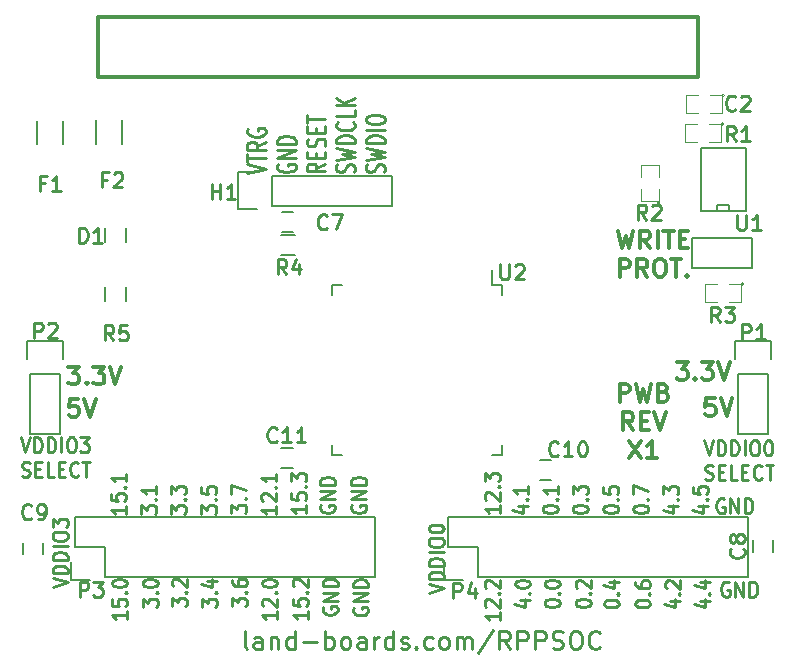
<source format=gto>
G04 #@! TF.FileFunction,Legend,Top*
%FSLAX46Y46*%
G04 Gerber Fmt 4.6, Leading zero omitted, Abs format (unit mm)*
G04 Created by KiCad (PCBNEW (after 2015-mar-04 BZR unknown)-product) date 11/18/2015 5:01:25 PM*
%MOMM*%
G01*
G04 APERTURE LIST*
%ADD10C,0.150000*%
%ADD11C,0.285750*%
%ADD12C,0.300000*%
%ADD13C,0.304800*%
%ADD14C,0.099060*%
%ADD15C,0.127000*%
%ADD16C,0.152400*%
%ADD17C,0.254000*%
G04 APERTURE END LIST*
D10*
D11*
X134728555Y-74160743D02*
X136316055Y-73779743D01*
X134728555Y-73398743D01*
X134728555Y-73181029D02*
X134728555Y-72527886D01*
X136316055Y-72854457D02*
X134728555Y-72854457D01*
X136316055Y-71493743D02*
X135560102Y-71874743D01*
X136316055Y-72146886D02*
X134728555Y-72146886D01*
X134728555Y-71711458D01*
X134804150Y-71602600D01*
X134879745Y-71548172D01*
X135030936Y-71493743D01*
X135257721Y-71493743D01*
X135408912Y-71548172D01*
X135484507Y-71602600D01*
X135560102Y-71711458D01*
X135560102Y-72146886D01*
X134804150Y-70405172D02*
X134728555Y-70514029D01*
X134728555Y-70677315D01*
X134804150Y-70840600D01*
X134955340Y-70949458D01*
X135106531Y-71003886D01*
X135408912Y-71058315D01*
X135635698Y-71058315D01*
X135938079Y-71003886D01*
X136089269Y-70949458D01*
X136240460Y-70840600D01*
X136316055Y-70677315D01*
X136316055Y-70568458D01*
X136240460Y-70405172D01*
X136164864Y-70350743D01*
X135635698Y-70350743D01*
X135635698Y-70568458D01*
X137312400Y-73398743D02*
X137236805Y-73507600D01*
X137236805Y-73670886D01*
X137312400Y-73834171D01*
X137463590Y-73943029D01*
X137614781Y-73997457D01*
X137917162Y-74051886D01*
X138143948Y-74051886D01*
X138446329Y-73997457D01*
X138597519Y-73943029D01*
X138748710Y-73834171D01*
X138824305Y-73670886D01*
X138824305Y-73562029D01*
X138748710Y-73398743D01*
X138673114Y-73344314D01*
X138143948Y-73344314D01*
X138143948Y-73562029D01*
X138824305Y-72854457D02*
X137236805Y-72854457D01*
X138824305Y-72201314D01*
X137236805Y-72201314D01*
X138824305Y-71657028D02*
X137236805Y-71657028D01*
X137236805Y-71384885D01*
X137312400Y-71221600D01*
X137463590Y-71112742D01*
X137614781Y-71058314D01*
X137917162Y-71003885D01*
X138143948Y-71003885D01*
X138446329Y-71058314D01*
X138597519Y-71112742D01*
X138748710Y-71221600D01*
X138824305Y-71384885D01*
X138824305Y-71657028D01*
X141332555Y-73344314D02*
X140576602Y-73725314D01*
X141332555Y-73997457D02*
X139745055Y-73997457D01*
X139745055Y-73562029D01*
X139820650Y-73453171D01*
X139896245Y-73398743D01*
X140047436Y-73344314D01*
X140274221Y-73344314D01*
X140425412Y-73398743D01*
X140501007Y-73453171D01*
X140576602Y-73562029D01*
X140576602Y-73997457D01*
X140501007Y-72854457D02*
X140501007Y-72473457D01*
X141332555Y-72310171D02*
X141332555Y-72854457D01*
X139745055Y-72854457D01*
X139745055Y-72310171D01*
X141256960Y-71874743D02*
X141332555Y-71711457D01*
X141332555Y-71439314D01*
X141256960Y-71330457D01*
X141181364Y-71276028D01*
X141030174Y-71221600D01*
X140878983Y-71221600D01*
X140727793Y-71276028D01*
X140652198Y-71330457D01*
X140576602Y-71439314D01*
X140501007Y-71657028D01*
X140425412Y-71765886D01*
X140349817Y-71820314D01*
X140198626Y-71874743D01*
X140047436Y-71874743D01*
X139896245Y-71820314D01*
X139820650Y-71765886D01*
X139745055Y-71657028D01*
X139745055Y-71384886D01*
X139820650Y-71221600D01*
X140501007Y-70731743D02*
X140501007Y-70350743D01*
X141332555Y-70187457D02*
X141332555Y-70731743D01*
X139745055Y-70731743D01*
X139745055Y-70187457D01*
X139745055Y-69860886D02*
X139745055Y-69207743D01*
X141332555Y-69534314D02*
X139745055Y-69534314D01*
X143765210Y-74051886D02*
X143840805Y-73888600D01*
X143840805Y-73616457D01*
X143765210Y-73507600D01*
X143689614Y-73453171D01*
X143538424Y-73398743D01*
X143387233Y-73398743D01*
X143236043Y-73453171D01*
X143160448Y-73507600D01*
X143084852Y-73616457D01*
X143009257Y-73834171D01*
X142933662Y-73943029D01*
X142858067Y-73997457D01*
X142706876Y-74051886D01*
X142555686Y-74051886D01*
X142404495Y-73997457D01*
X142328900Y-73943029D01*
X142253305Y-73834171D01*
X142253305Y-73562029D01*
X142328900Y-73398743D01*
X142253305Y-73017743D02*
X143840805Y-72745600D01*
X142706876Y-72527886D01*
X143840805Y-72310172D01*
X142253305Y-72038029D01*
X143840805Y-71602600D02*
X142253305Y-71602600D01*
X142253305Y-71330457D01*
X142328900Y-71167172D01*
X142480090Y-71058314D01*
X142631281Y-71003886D01*
X142933662Y-70949457D01*
X143160448Y-70949457D01*
X143462829Y-71003886D01*
X143614019Y-71058314D01*
X143765210Y-71167172D01*
X143840805Y-71330457D01*
X143840805Y-71602600D01*
X143689614Y-69806457D02*
X143765210Y-69860886D01*
X143840805Y-70024172D01*
X143840805Y-70133029D01*
X143765210Y-70296314D01*
X143614019Y-70405172D01*
X143462829Y-70459600D01*
X143160448Y-70514029D01*
X142933662Y-70514029D01*
X142631281Y-70459600D01*
X142480090Y-70405172D01*
X142328900Y-70296314D01*
X142253305Y-70133029D01*
X142253305Y-70024172D01*
X142328900Y-69860886D01*
X142404495Y-69806457D01*
X143840805Y-68772314D02*
X143840805Y-69316600D01*
X142253305Y-69316600D01*
X143840805Y-68391314D02*
X142253305Y-68391314D01*
X143840805Y-67738171D02*
X142933662Y-68228028D01*
X142253305Y-67738171D02*
X143160448Y-68391314D01*
X146273460Y-74051886D02*
X146349055Y-73888600D01*
X146349055Y-73616457D01*
X146273460Y-73507600D01*
X146197864Y-73453171D01*
X146046674Y-73398743D01*
X145895483Y-73398743D01*
X145744293Y-73453171D01*
X145668698Y-73507600D01*
X145593102Y-73616457D01*
X145517507Y-73834171D01*
X145441912Y-73943029D01*
X145366317Y-73997457D01*
X145215126Y-74051886D01*
X145063936Y-74051886D01*
X144912745Y-73997457D01*
X144837150Y-73943029D01*
X144761555Y-73834171D01*
X144761555Y-73562029D01*
X144837150Y-73398743D01*
X144761555Y-73017743D02*
X146349055Y-72745600D01*
X145215126Y-72527886D01*
X146349055Y-72310172D01*
X144761555Y-72038029D01*
X146349055Y-71602600D02*
X144761555Y-71602600D01*
X144761555Y-71330457D01*
X144837150Y-71167172D01*
X144988340Y-71058314D01*
X145139531Y-71003886D01*
X145441912Y-70949457D01*
X145668698Y-70949457D01*
X145971079Y-71003886D01*
X146122269Y-71058314D01*
X146273460Y-71167172D01*
X146349055Y-71330457D01*
X146349055Y-71602600D01*
X146349055Y-70459600D02*
X144761555Y-70459600D01*
X144761555Y-69697600D02*
X144761555Y-69479886D01*
X144837150Y-69371028D01*
X144988340Y-69262171D01*
X145290721Y-69207743D01*
X145819888Y-69207743D01*
X146122269Y-69262171D01*
X146273460Y-69371028D01*
X146349055Y-69479886D01*
X146349055Y-69697600D01*
X146273460Y-69806457D01*
X146122269Y-69915314D01*
X145819888Y-69969743D01*
X145290721Y-69969743D01*
X144988340Y-69915314D01*
X144837150Y-69806457D01*
X144761555Y-69697600D01*
D12*
X166099314Y-79004571D02*
X166456457Y-80504571D01*
X166742171Y-79433143D01*
X167027885Y-80504571D01*
X167385028Y-79004571D01*
X168813600Y-80504571D02*
X168313600Y-79790286D01*
X167956457Y-80504571D02*
X167956457Y-79004571D01*
X168527885Y-79004571D01*
X168670743Y-79076000D01*
X168742171Y-79147429D01*
X168813600Y-79290286D01*
X168813600Y-79504571D01*
X168742171Y-79647429D01*
X168670743Y-79718857D01*
X168527885Y-79790286D01*
X167956457Y-79790286D01*
X169456457Y-80504571D02*
X169456457Y-79004571D01*
X169956457Y-79004571D02*
X170813600Y-79004571D01*
X170385029Y-80504571D02*
X170385029Y-79004571D01*
X171313600Y-79718857D02*
X171813600Y-79718857D01*
X172027886Y-80504571D02*
X171313600Y-80504571D01*
X171313600Y-79004571D01*
X172027886Y-79004571D01*
X166242171Y-82904571D02*
X166242171Y-81404571D01*
X166813599Y-81404571D01*
X166956457Y-81476000D01*
X167027885Y-81547429D01*
X167099314Y-81690286D01*
X167099314Y-81904571D01*
X167027885Y-82047429D01*
X166956457Y-82118857D01*
X166813599Y-82190286D01*
X166242171Y-82190286D01*
X168599314Y-82904571D02*
X168099314Y-82190286D01*
X167742171Y-82904571D02*
X167742171Y-81404571D01*
X168313599Y-81404571D01*
X168456457Y-81476000D01*
X168527885Y-81547429D01*
X168599314Y-81690286D01*
X168599314Y-81904571D01*
X168527885Y-82047429D01*
X168456457Y-82118857D01*
X168313599Y-82190286D01*
X167742171Y-82190286D01*
X169527885Y-81404571D02*
X169813599Y-81404571D01*
X169956457Y-81476000D01*
X170099314Y-81618857D01*
X170170742Y-81904571D01*
X170170742Y-82404571D01*
X170099314Y-82690286D01*
X169956457Y-82833143D01*
X169813599Y-82904571D01*
X169527885Y-82904571D01*
X169385028Y-82833143D01*
X169242171Y-82690286D01*
X169170742Y-82404571D01*
X169170742Y-81904571D01*
X169242171Y-81618857D01*
X169385028Y-81476000D01*
X169527885Y-81404571D01*
X170599314Y-81404571D02*
X171456457Y-81404571D01*
X171027886Y-82904571D02*
X171027886Y-81404571D01*
X171956457Y-82761714D02*
X172027885Y-82833143D01*
X171956457Y-82904571D01*
X171885028Y-82833143D01*
X171956457Y-82761714D01*
X171956457Y-82904571D01*
D11*
X173387657Y-96773849D02*
X173768657Y-98043849D01*
X174149657Y-96773849D01*
X174530657Y-98043849D02*
X174530657Y-96773849D01*
X174802800Y-96773849D01*
X174966085Y-96834325D01*
X175074943Y-96955277D01*
X175129371Y-97076230D01*
X175183800Y-97318135D01*
X175183800Y-97499563D01*
X175129371Y-97741468D01*
X175074943Y-97862420D01*
X174966085Y-97983373D01*
X174802800Y-98043849D01*
X174530657Y-98043849D01*
X175673657Y-98043849D02*
X175673657Y-96773849D01*
X175945800Y-96773849D01*
X176109085Y-96834325D01*
X176217943Y-96955277D01*
X176272371Y-97076230D01*
X176326800Y-97318135D01*
X176326800Y-97499563D01*
X176272371Y-97741468D01*
X176217943Y-97862420D01*
X176109085Y-97983373D01*
X175945800Y-98043849D01*
X175673657Y-98043849D01*
X176816657Y-98043849D02*
X176816657Y-96773849D01*
X177578657Y-96773849D02*
X177796371Y-96773849D01*
X177905229Y-96834325D01*
X178014086Y-96955277D01*
X178068514Y-97197182D01*
X178068514Y-97620515D01*
X178014086Y-97862420D01*
X177905229Y-97983373D01*
X177796371Y-98043849D01*
X177578657Y-98043849D01*
X177469800Y-97983373D01*
X177360943Y-97862420D01*
X177306514Y-97620515D01*
X177306514Y-97197182D01*
X177360943Y-96955277D01*
X177469800Y-96834325D01*
X177578657Y-96773849D01*
X178776086Y-96773849D02*
X178884943Y-96773849D01*
X178993800Y-96834325D01*
X179048229Y-96894801D01*
X179102658Y-97015754D01*
X179157086Y-97257658D01*
X179157086Y-97560039D01*
X179102658Y-97801944D01*
X179048229Y-97922896D01*
X178993800Y-97983373D01*
X178884943Y-98043849D01*
X178776086Y-98043849D01*
X178667229Y-97983373D01*
X178612800Y-97922896D01*
X178558372Y-97801944D01*
X178503943Y-97560039D01*
X178503943Y-97257658D01*
X178558372Y-97015754D01*
X178612800Y-96894801D01*
X178667229Y-96834325D01*
X178776086Y-96773849D01*
X173496514Y-100047123D02*
X173659800Y-100107599D01*
X173931943Y-100107599D01*
X174040800Y-100047123D01*
X174095229Y-99986646D01*
X174149657Y-99865694D01*
X174149657Y-99744742D01*
X174095229Y-99623789D01*
X174040800Y-99563313D01*
X173931943Y-99502837D01*
X173714229Y-99442361D01*
X173605371Y-99381885D01*
X173550943Y-99321408D01*
X173496514Y-99200456D01*
X173496514Y-99079504D01*
X173550943Y-98958551D01*
X173605371Y-98898075D01*
X173714229Y-98837599D01*
X173986371Y-98837599D01*
X174149657Y-98898075D01*
X174639514Y-99442361D02*
X175020514Y-99442361D01*
X175183800Y-100107599D02*
X174639514Y-100107599D01*
X174639514Y-98837599D01*
X175183800Y-98837599D01*
X176217943Y-100107599D02*
X175673657Y-100107599D01*
X175673657Y-98837599D01*
X176598943Y-99442361D02*
X176979943Y-99442361D01*
X177143229Y-100107599D02*
X176598943Y-100107599D01*
X176598943Y-98837599D01*
X177143229Y-98837599D01*
X178286229Y-99986646D02*
X178231800Y-100047123D01*
X178068514Y-100107599D01*
X177959657Y-100107599D01*
X177796372Y-100047123D01*
X177687514Y-99926170D01*
X177633086Y-99805218D01*
X177578657Y-99563313D01*
X177578657Y-99381885D01*
X177633086Y-99139980D01*
X177687514Y-99019027D01*
X177796372Y-98898075D01*
X177959657Y-98837599D01*
X178068514Y-98837599D01*
X178231800Y-98898075D01*
X178286229Y-98958551D01*
X178612800Y-98837599D02*
X179265943Y-98837599D01*
X178939372Y-100107599D02*
X178939372Y-98837599D01*
D12*
X174299429Y-93209371D02*
X173585143Y-93209371D01*
X173513714Y-93923657D01*
X173585143Y-93852229D01*
X173728000Y-93780800D01*
X174085143Y-93780800D01*
X174228000Y-93852229D01*
X174299429Y-93923657D01*
X174370857Y-94066514D01*
X174370857Y-94423657D01*
X174299429Y-94566514D01*
X174228000Y-94637943D01*
X174085143Y-94709371D01*
X173728000Y-94709371D01*
X173585143Y-94637943D01*
X173513714Y-94566514D01*
X174799428Y-93209371D02*
X175299428Y-94709371D01*
X175799428Y-93209371D01*
X171064515Y-90161371D02*
X171993086Y-90161371D01*
X171493086Y-90732800D01*
X171707372Y-90732800D01*
X171850229Y-90804229D01*
X171921658Y-90875657D01*
X171993086Y-91018514D01*
X171993086Y-91375657D01*
X171921658Y-91518514D01*
X171850229Y-91589943D01*
X171707372Y-91661371D01*
X171278800Y-91661371D01*
X171135943Y-91589943D01*
X171064515Y-91518514D01*
X172635943Y-91518514D02*
X172707371Y-91589943D01*
X172635943Y-91661371D01*
X172564514Y-91589943D01*
X172635943Y-91518514D01*
X172635943Y-91661371D01*
X173207372Y-90161371D02*
X174135943Y-90161371D01*
X173635943Y-90732800D01*
X173850229Y-90732800D01*
X173993086Y-90804229D01*
X174064515Y-90875657D01*
X174135943Y-91018514D01*
X174135943Y-91375657D01*
X174064515Y-91518514D01*
X173993086Y-91589943D01*
X173850229Y-91661371D01*
X173421657Y-91661371D01*
X173278800Y-91589943D01*
X173207372Y-91518514D01*
X174564514Y-90161371D02*
X175064514Y-91661371D01*
X175564514Y-90161371D01*
D11*
X115526457Y-96519849D02*
X115907457Y-97789849D01*
X116288457Y-96519849D01*
X116669457Y-97789849D02*
X116669457Y-96519849D01*
X116941600Y-96519849D01*
X117104885Y-96580325D01*
X117213743Y-96701277D01*
X117268171Y-96822230D01*
X117322600Y-97064135D01*
X117322600Y-97245563D01*
X117268171Y-97487468D01*
X117213743Y-97608420D01*
X117104885Y-97729373D01*
X116941600Y-97789849D01*
X116669457Y-97789849D01*
X117812457Y-97789849D02*
X117812457Y-96519849D01*
X118084600Y-96519849D01*
X118247885Y-96580325D01*
X118356743Y-96701277D01*
X118411171Y-96822230D01*
X118465600Y-97064135D01*
X118465600Y-97245563D01*
X118411171Y-97487468D01*
X118356743Y-97608420D01*
X118247885Y-97729373D01*
X118084600Y-97789849D01*
X117812457Y-97789849D01*
X118955457Y-97789849D02*
X118955457Y-96519849D01*
X119717457Y-96519849D02*
X119935171Y-96519849D01*
X120044029Y-96580325D01*
X120152886Y-96701277D01*
X120207314Y-96943182D01*
X120207314Y-97366515D01*
X120152886Y-97608420D01*
X120044029Y-97729373D01*
X119935171Y-97789849D01*
X119717457Y-97789849D01*
X119608600Y-97729373D01*
X119499743Y-97608420D01*
X119445314Y-97366515D01*
X119445314Y-96943182D01*
X119499743Y-96701277D01*
X119608600Y-96580325D01*
X119717457Y-96519849D01*
X120588315Y-96519849D02*
X121295886Y-96519849D01*
X120914886Y-97003658D01*
X121078172Y-97003658D01*
X121187029Y-97064135D01*
X121241458Y-97124611D01*
X121295886Y-97245563D01*
X121295886Y-97547944D01*
X121241458Y-97668896D01*
X121187029Y-97729373D01*
X121078172Y-97789849D01*
X120751600Y-97789849D01*
X120642743Y-97729373D01*
X120588315Y-97668896D01*
X115635314Y-99793123D02*
X115798600Y-99853599D01*
X116070743Y-99853599D01*
X116179600Y-99793123D01*
X116234029Y-99732646D01*
X116288457Y-99611694D01*
X116288457Y-99490742D01*
X116234029Y-99369789D01*
X116179600Y-99309313D01*
X116070743Y-99248837D01*
X115853029Y-99188361D01*
X115744171Y-99127885D01*
X115689743Y-99067408D01*
X115635314Y-98946456D01*
X115635314Y-98825504D01*
X115689743Y-98704551D01*
X115744171Y-98644075D01*
X115853029Y-98583599D01*
X116125171Y-98583599D01*
X116288457Y-98644075D01*
X116778314Y-99188361D02*
X117159314Y-99188361D01*
X117322600Y-99853599D02*
X116778314Y-99853599D01*
X116778314Y-98583599D01*
X117322600Y-98583599D01*
X118356743Y-99853599D02*
X117812457Y-99853599D01*
X117812457Y-98583599D01*
X118737743Y-99188361D02*
X119118743Y-99188361D01*
X119282029Y-99853599D02*
X118737743Y-99853599D01*
X118737743Y-98583599D01*
X119282029Y-98583599D01*
X120425029Y-99732646D02*
X120370600Y-99793123D01*
X120207314Y-99853599D01*
X120098457Y-99853599D01*
X119935172Y-99793123D01*
X119826314Y-99672170D01*
X119771886Y-99551218D01*
X119717457Y-99309313D01*
X119717457Y-99127885D01*
X119771886Y-98885980D01*
X119826314Y-98765027D01*
X119935172Y-98644075D01*
X120098457Y-98583599D01*
X120207314Y-98583599D01*
X120370600Y-98644075D01*
X120425029Y-98704551D01*
X120751600Y-98583599D02*
X121404743Y-98583599D01*
X121078172Y-99853599D02*
X121078172Y-98583599D01*
D12*
X120400629Y-93260171D02*
X119686343Y-93260171D01*
X119614914Y-93974457D01*
X119686343Y-93903029D01*
X119829200Y-93831600D01*
X120186343Y-93831600D01*
X120329200Y-93903029D01*
X120400629Y-93974457D01*
X120472057Y-94117314D01*
X120472057Y-94474457D01*
X120400629Y-94617314D01*
X120329200Y-94688743D01*
X120186343Y-94760171D01*
X119829200Y-94760171D01*
X119686343Y-94688743D01*
X119614914Y-94617314D01*
X120900628Y-93260171D02*
X121400628Y-94760171D01*
X121900628Y-93260171D01*
X119553315Y-90516971D02*
X120481886Y-90516971D01*
X119981886Y-91088400D01*
X120196172Y-91088400D01*
X120339029Y-91159829D01*
X120410458Y-91231257D01*
X120481886Y-91374114D01*
X120481886Y-91731257D01*
X120410458Y-91874114D01*
X120339029Y-91945543D01*
X120196172Y-92016971D01*
X119767600Y-92016971D01*
X119624743Y-91945543D01*
X119553315Y-91874114D01*
X121124743Y-91874114D02*
X121196171Y-91945543D01*
X121124743Y-92016971D01*
X121053314Y-91945543D01*
X121124743Y-91874114D01*
X121124743Y-92016971D01*
X121696172Y-90516971D02*
X122624743Y-90516971D01*
X122124743Y-91088400D01*
X122339029Y-91088400D01*
X122481886Y-91159829D01*
X122553315Y-91231257D01*
X122624743Y-91374114D01*
X122624743Y-91731257D01*
X122553315Y-91874114D01*
X122481886Y-91945543D01*
X122339029Y-92016971D01*
X121910457Y-92016971D01*
X121767600Y-91945543D01*
X121696172Y-91874114D01*
X123053314Y-90516971D02*
X123553314Y-92016971D01*
X124053314Y-90516971D01*
D11*
X143738600Y-110918172D02*
X143678124Y-111027029D01*
X143678124Y-111190315D01*
X143738600Y-111353600D01*
X143859552Y-111462458D01*
X143980505Y-111516886D01*
X144222410Y-111571315D01*
X144403838Y-111571315D01*
X144645743Y-111516886D01*
X144766695Y-111462458D01*
X144887648Y-111353600D01*
X144948124Y-111190315D01*
X144948124Y-111081458D01*
X144887648Y-110918172D01*
X144827171Y-110863743D01*
X144403838Y-110863743D01*
X144403838Y-111081458D01*
X144948124Y-110373886D02*
X143678124Y-110373886D01*
X144948124Y-109720743D01*
X143678124Y-109720743D01*
X144948124Y-109176457D02*
X143678124Y-109176457D01*
X143678124Y-108904314D01*
X143738600Y-108741029D01*
X143859552Y-108632171D01*
X143980505Y-108577743D01*
X144222410Y-108523314D01*
X144403838Y-108523314D01*
X144645743Y-108577743D01*
X144766695Y-108632171D01*
X144887648Y-108741029D01*
X144948124Y-108904314D01*
X144948124Y-109176457D01*
X172854257Y-102362000D02*
X173700924Y-102362000D01*
X172370448Y-102634143D02*
X173277590Y-102906286D01*
X173277590Y-102198714D01*
X173579971Y-101763286D02*
X173640448Y-101708858D01*
X173700924Y-101763286D01*
X173640448Y-101817715D01*
X173579971Y-101763286D01*
X173700924Y-101763286D01*
X172430924Y-100674714D02*
X172430924Y-101219000D01*
X173035686Y-101273429D01*
X172975210Y-101219000D01*
X172914733Y-101110143D01*
X172914733Y-100838000D01*
X172975210Y-100729143D01*
X173035686Y-100674714D01*
X173156638Y-100620286D01*
X173459019Y-100620286D01*
X173579971Y-100674714D01*
X173640448Y-100729143D01*
X173700924Y-100838000D01*
X173700924Y-101110143D01*
X173640448Y-101219000D01*
X173579971Y-101273429D01*
X173057457Y-110366628D02*
X173904124Y-110366628D01*
X172573648Y-110638771D02*
X173480790Y-110910914D01*
X173480790Y-110203342D01*
X173783171Y-109767914D02*
X173843648Y-109713486D01*
X173904124Y-109767914D01*
X173843648Y-109822343D01*
X173783171Y-109767914D01*
X173904124Y-109767914D01*
X173057457Y-108733771D02*
X173904124Y-108733771D01*
X172573648Y-109005914D02*
X173480790Y-109278057D01*
X173480790Y-108570485D01*
X170365057Y-102362000D02*
X171211724Y-102362000D01*
X169881248Y-102634143D02*
X170788390Y-102906286D01*
X170788390Y-102198714D01*
X171090771Y-101763286D02*
X171151248Y-101708858D01*
X171211724Y-101763286D01*
X171151248Y-101817715D01*
X171090771Y-101763286D01*
X171211724Y-101763286D01*
X169941724Y-101327857D02*
X169941724Y-100620286D01*
X170425533Y-101001286D01*
X170425533Y-100838000D01*
X170486010Y-100729143D01*
X170546486Y-100674714D01*
X170667438Y-100620286D01*
X170969819Y-100620286D01*
X171090771Y-100674714D01*
X171151248Y-100729143D01*
X171211724Y-100838000D01*
X171211724Y-101164572D01*
X171151248Y-101273429D01*
X171090771Y-101327857D01*
X167401724Y-102634143D02*
X167401724Y-102525286D01*
X167462200Y-102416429D01*
X167522676Y-102362000D01*
X167643629Y-102307571D01*
X167885533Y-102253143D01*
X168187914Y-102253143D01*
X168429819Y-102307571D01*
X168550771Y-102362000D01*
X168611248Y-102416429D01*
X168671724Y-102525286D01*
X168671724Y-102634143D01*
X168611248Y-102743000D01*
X168550771Y-102797429D01*
X168429819Y-102851857D01*
X168187914Y-102906286D01*
X167885533Y-102906286D01*
X167643629Y-102851857D01*
X167522676Y-102797429D01*
X167462200Y-102743000D01*
X167401724Y-102634143D01*
X168550771Y-101763286D02*
X168611248Y-101708858D01*
X168671724Y-101763286D01*
X168611248Y-101817715D01*
X168550771Y-101763286D01*
X168671724Y-101763286D01*
X167401724Y-101327857D02*
X167401724Y-100565857D01*
X168671724Y-101055714D01*
X164861724Y-102634143D02*
X164861724Y-102525286D01*
X164922200Y-102416429D01*
X164982676Y-102362000D01*
X165103629Y-102307571D01*
X165345533Y-102253143D01*
X165647914Y-102253143D01*
X165889819Y-102307571D01*
X166010771Y-102362000D01*
X166071248Y-102416429D01*
X166131724Y-102525286D01*
X166131724Y-102634143D01*
X166071248Y-102743000D01*
X166010771Y-102797429D01*
X165889819Y-102851857D01*
X165647914Y-102906286D01*
X165345533Y-102906286D01*
X165103629Y-102851857D01*
X164982676Y-102797429D01*
X164922200Y-102743000D01*
X164861724Y-102634143D01*
X166010771Y-101763286D02*
X166071248Y-101708858D01*
X166131724Y-101763286D01*
X166071248Y-101817715D01*
X166010771Y-101763286D01*
X166131724Y-101763286D01*
X164861724Y-100674714D02*
X164861724Y-101219000D01*
X165466486Y-101273429D01*
X165406010Y-101219000D01*
X165345533Y-101110143D01*
X165345533Y-100838000D01*
X165406010Y-100729143D01*
X165466486Y-100674714D01*
X165587438Y-100620286D01*
X165889819Y-100620286D01*
X166010771Y-100674714D01*
X166071248Y-100729143D01*
X166131724Y-100838000D01*
X166131724Y-101110143D01*
X166071248Y-101219000D01*
X166010771Y-101273429D01*
X162270924Y-102634143D02*
X162270924Y-102525286D01*
X162331400Y-102416429D01*
X162391876Y-102362000D01*
X162512829Y-102307571D01*
X162754733Y-102253143D01*
X163057114Y-102253143D01*
X163299019Y-102307571D01*
X163419971Y-102362000D01*
X163480448Y-102416429D01*
X163540924Y-102525286D01*
X163540924Y-102634143D01*
X163480448Y-102743000D01*
X163419971Y-102797429D01*
X163299019Y-102851857D01*
X163057114Y-102906286D01*
X162754733Y-102906286D01*
X162512829Y-102851857D01*
X162391876Y-102797429D01*
X162331400Y-102743000D01*
X162270924Y-102634143D01*
X163419971Y-101763286D02*
X163480448Y-101708858D01*
X163540924Y-101763286D01*
X163480448Y-101817715D01*
X163419971Y-101763286D01*
X163540924Y-101763286D01*
X162270924Y-101327857D02*
X162270924Y-100620286D01*
X162754733Y-101001286D01*
X162754733Y-100838000D01*
X162815210Y-100729143D01*
X162875686Y-100674714D01*
X162996638Y-100620286D01*
X163299019Y-100620286D01*
X163419971Y-100674714D01*
X163480448Y-100729143D01*
X163540924Y-100838000D01*
X163540924Y-101164572D01*
X163480448Y-101273429D01*
X163419971Y-101327857D01*
X159730924Y-102634143D02*
X159730924Y-102525286D01*
X159791400Y-102416429D01*
X159851876Y-102362000D01*
X159972829Y-102307571D01*
X160214733Y-102253143D01*
X160517114Y-102253143D01*
X160759019Y-102307571D01*
X160879971Y-102362000D01*
X160940448Y-102416429D01*
X161000924Y-102525286D01*
X161000924Y-102634143D01*
X160940448Y-102743000D01*
X160879971Y-102797429D01*
X160759019Y-102851857D01*
X160517114Y-102906286D01*
X160214733Y-102906286D01*
X159972829Y-102851857D01*
X159851876Y-102797429D01*
X159791400Y-102743000D01*
X159730924Y-102634143D01*
X160879971Y-101763286D02*
X160940448Y-101708858D01*
X161000924Y-101763286D01*
X160940448Y-101817715D01*
X160879971Y-101763286D01*
X161000924Y-101763286D01*
X161000924Y-100620286D02*
X161000924Y-101273429D01*
X161000924Y-100946857D02*
X159730924Y-100946857D01*
X159912352Y-101055714D01*
X160033305Y-101164572D01*
X160093781Y-101273429D01*
X157614257Y-102362000D02*
X158460924Y-102362000D01*
X157130448Y-102634143D02*
X158037590Y-102906286D01*
X158037590Y-102198714D01*
X158339971Y-101763286D02*
X158400448Y-101708858D01*
X158460924Y-101763286D01*
X158400448Y-101817715D01*
X158339971Y-101763286D01*
X158460924Y-101763286D01*
X158460924Y-100620286D02*
X158460924Y-101273429D01*
X158460924Y-100946857D02*
X157190924Y-100946857D01*
X157372352Y-101055714D01*
X157493305Y-101164572D01*
X157553781Y-101273429D01*
X170517457Y-110366628D02*
X171364124Y-110366628D01*
X170033648Y-110638771D02*
X170940790Y-110910914D01*
X170940790Y-110203342D01*
X171243171Y-109767914D02*
X171303648Y-109713486D01*
X171364124Y-109767914D01*
X171303648Y-109822343D01*
X171243171Y-109767914D01*
X171364124Y-109767914D01*
X170215076Y-109278057D02*
X170154600Y-109223628D01*
X170094124Y-109114771D01*
X170094124Y-108842628D01*
X170154600Y-108733771D01*
X170215076Y-108679342D01*
X170336029Y-108624914D01*
X170456981Y-108624914D01*
X170638410Y-108679342D01*
X171364124Y-109332485D01*
X171364124Y-108624914D01*
X167554124Y-110638771D02*
X167554124Y-110529914D01*
X167614600Y-110421057D01*
X167675076Y-110366628D01*
X167796029Y-110312199D01*
X168037933Y-110257771D01*
X168340314Y-110257771D01*
X168582219Y-110312199D01*
X168703171Y-110366628D01*
X168763648Y-110421057D01*
X168824124Y-110529914D01*
X168824124Y-110638771D01*
X168763648Y-110747628D01*
X168703171Y-110802057D01*
X168582219Y-110856485D01*
X168340314Y-110910914D01*
X168037933Y-110910914D01*
X167796029Y-110856485D01*
X167675076Y-110802057D01*
X167614600Y-110747628D01*
X167554124Y-110638771D01*
X168703171Y-109767914D02*
X168763648Y-109713486D01*
X168824124Y-109767914D01*
X168763648Y-109822343D01*
X168703171Y-109767914D01*
X168824124Y-109767914D01*
X167554124Y-108733771D02*
X167554124Y-108951485D01*
X167614600Y-109060342D01*
X167675076Y-109114771D01*
X167856505Y-109223628D01*
X168098410Y-109278057D01*
X168582219Y-109278057D01*
X168703171Y-109223628D01*
X168763648Y-109169200D01*
X168824124Y-109060342D01*
X168824124Y-108842628D01*
X168763648Y-108733771D01*
X168703171Y-108679342D01*
X168582219Y-108624914D01*
X168279838Y-108624914D01*
X168158886Y-108679342D01*
X168098410Y-108733771D01*
X168037933Y-108842628D01*
X168037933Y-109060342D01*
X168098410Y-109169200D01*
X168158886Y-109223628D01*
X168279838Y-109278057D01*
X164912524Y-110638771D02*
X164912524Y-110529914D01*
X164973000Y-110421057D01*
X165033476Y-110366628D01*
X165154429Y-110312199D01*
X165396333Y-110257771D01*
X165698714Y-110257771D01*
X165940619Y-110312199D01*
X166061571Y-110366628D01*
X166122048Y-110421057D01*
X166182524Y-110529914D01*
X166182524Y-110638771D01*
X166122048Y-110747628D01*
X166061571Y-110802057D01*
X165940619Y-110856485D01*
X165698714Y-110910914D01*
X165396333Y-110910914D01*
X165154429Y-110856485D01*
X165033476Y-110802057D01*
X164973000Y-110747628D01*
X164912524Y-110638771D01*
X166061571Y-109767914D02*
X166122048Y-109713486D01*
X166182524Y-109767914D01*
X166122048Y-109822343D01*
X166061571Y-109767914D01*
X166182524Y-109767914D01*
X165335857Y-108733771D02*
X166182524Y-108733771D01*
X164852048Y-109005914D02*
X165759190Y-109278057D01*
X165759190Y-108570485D01*
X162524924Y-110587971D02*
X162524924Y-110479114D01*
X162585400Y-110370257D01*
X162645876Y-110315828D01*
X162766829Y-110261399D01*
X163008733Y-110206971D01*
X163311114Y-110206971D01*
X163553019Y-110261399D01*
X163673971Y-110315828D01*
X163734448Y-110370257D01*
X163794924Y-110479114D01*
X163794924Y-110587971D01*
X163734448Y-110696828D01*
X163673971Y-110751257D01*
X163553019Y-110805685D01*
X163311114Y-110860114D01*
X163008733Y-110860114D01*
X162766829Y-110805685D01*
X162645876Y-110751257D01*
X162585400Y-110696828D01*
X162524924Y-110587971D01*
X163673971Y-109717114D02*
X163734448Y-109662686D01*
X163794924Y-109717114D01*
X163734448Y-109771543D01*
X163673971Y-109717114D01*
X163794924Y-109717114D01*
X162645876Y-109227257D02*
X162585400Y-109172828D01*
X162524924Y-109063971D01*
X162524924Y-108791828D01*
X162585400Y-108682971D01*
X162645876Y-108628542D01*
X162766829Y-108574114D01*
X162887781Y-108574114D01*
X163069210Y-108628542D01*
X163794924Y-109281685D01*
X163794924Y-108574114D01*
X159883324Y-110587971D02*
X159883324Y-110479114D01*
X159943800Y-110370257D01*
X160004276Y-110315828D01*
X160125229Y-110261399D01*
X160367133Y-110206971D01*
X160669514Y-110206971D01*
X160911419Y-110261399D01*
X161032371Y-110315828D01*
X161092848Y-110370257D01*
X161153324Y-110479114D01*
X161153324Y-110587971D01*
X161092848Y-110696828D01*
X161032371Y-110751257D01*
X160911419Y-110805685D01*
X160669514Y-110860114D01*
X160367133Y-110860114D01*
X160125229Y-110805685D01*
X160004276Y-110751257D01*
X159943800Y-110696828D01*
X159883324Y-110587971D01*
X161032371Y-109717114D02*
X161092848Y-109662686D01*
X161153324Y-109717114D01*
X161092848Y-109771543D01*
X161032371Y-109717114D01*
X161153324Y-109717114D01*
X159883324Y-108955114D02*
X159883324Y-108846257D01*
X159943800Y-108737400D01*
X160004276Y-108682971D01*
X160125229Y-108628542D01*
X160367133Y-108574114D01*
X160669514Y-108574114D01*
X160911419Y-108628542D01*
X161032371Y-108682971D01*
X161092848Y-108737400D01*
X161153324Y-108846257D01*
X161153324Y-108955114D01*
X161092848Y-109063971D01*
X161032371Y-109118400D01*
X160911419Y-109172828D01*
X160669514Y-109227257D01*
X160367133Y-109227257D01*
X160125229Y-109172828D01*
X160004276Y-109118400D01*
X159943800Y-109063971D01*
X159883324Y-108955114D01*
X157817457Y-110315828D02*
X158664124Y-110315828D01*
X157333648Y-110587971D02*
X158240790Y-110860114D01*
X158240790Y-110152542D01*
X158543171Y-109717114D02*
X158603648Y-109662686D01*
X158664124Y-109717114D01*
X158603648Y-109771543D01*
X158543171Y-109717114D01*
X158664124Y-109717114D01*
X157394124Y-108955114D02*
X157394124Y-108846257D01*
X157454600Y-108737400D01*
X157515076Y-108682971D01*
X157636029Y-108628542D01*
X157877933Y-108574114D01*
X158180314Y-108574114D01*
X158422219Y-108628542D01*
X158543171Y-108682971D01*
X158603648Y-108737400D01*
X158664124Y-108846257D01*
X158664124Y-108955114D01*
X158603648Y-109063971D01*
X158543171Y-109118400D01*
X158422219Y-109172828D01*
X158180314Y-109227257D01*
X157877933Y-109227257D01*
X157636029Y-109172828D01*
X157515076Y-109118400D01*
X157454600Y-109063971D01*
X157394124Y-108955114D01*
X156073324Y-102253143D02*
X156073324Y-102906286D01*
X156073324Y-102579714D02*
X154803324Y-102579714D01*
X154984752Y-102688571D01*
X155105705Y-102797429D01*
X155166181Y-102906286D01*
X154924276Y-101817715D02*
X154863800Y-101763286D01*
X154803324Y-101654429D01*
X154803324Y-101382286D01*
X154863800Y-101273429D01*
X154924276Y-101219000D01*
X155045229Y-101164572D01*
X155166181Y-101164572D01*
X155347610Y-101219000D01*
X156073324Y-101872143D01*
X156073324Y-101164572D01*
X155952371Y-100674715D02*
X156012848Y-100620287D01*
X156073324Y-100674715D01*
X156012848Y-100729144D01*
X155952371Y-100674715D01*
X156073324Y-100674715D01*
X154803324Y-100239286D02*
X154803324Y-99531715D01*
X155287133Y-99912715D01*
X155287133Y-99749429D01*
X155347610Y-99640572D01*
X155408086Y-99586143D01*
X155529038Y-99531715D01*
X155831419Y-99531715D01*
X155952371Y-99586143D01*
X156012848Y-99640572D01*
X156073324Y-99749429D01*
X156073324Y-100076001D01*
X156012848Y-100184858D01*
X155952371Y-100239286D01*
X156073324Y-111295542D02*
X156073324Y-111948685D01*
X156073324Y-111622113D02*
X154803324Y-111622113D01*
X154984752Y-111730970D01*
X155105705Y-111839828D01*
X155166181Y-111948685D01*
X154924276Y-110860114D02*
X154863800Y-110805685D01*
X154803324Y-110696828D01*
X154803324Y-110424685D01*
X154863800Y-110315828D01*
X154924276Y-110261399D01*
X155045229Y-110206971D01*
X155166181Y-110206971D01*
X155347610Y-110261399D01*
X156073324Y-110914542D01*
X156073324Y-110206971D01*
X155952371Y-109717114D02*
X156012848Y-109662686D01*
X156073324Y-109717114D01*
X156012848Y-109771543D01*
X155952371Y-109717114D01*
X156073324Y-109717114D01*
X154924276Y-109227257D02*
X154863800Y-109172828D01*
X154803324Y-109063971D01*
X154803324Y-108791828D01*
X154863800Y-108682971D01*
X154924276Y-108628542D01*
X155045229Y-108574114D01*
X155166181Y-108574114D01*
X155347610Y-108628542D01*
X156073324Y-109281685D01*
X156073324Y-108574114D01*
X175492228Y-108788200D02*
X175383371Y-108727724D01*
X175220085Y-108727724D01*
X175056800Y-108788200D01*
X174947942Y-108909152D01*
X174893514Y-109030105D01*
X174839085Y-109272010D01*
X174839085Y-109453438D01*
X174893514Y-109695343D01*
X174947942Y-109816295D01*
X175056800Y-109937248D01*
X175220085Y-109997724D01*
X175328942Y-109997724D01*
X175492228Y-109937248D01*
X175546657Y-109876771D01*
X175546657Y-109453438D01*
X175328942Y-109453438D01*
X176036514Y-109997724D02*
X176036514Y-108727724D01*
X176689657Y-109997724D01*
X176689657Y-108727724D01*
X177233943Y-109997724D02*
X177233943Y-108727724D01*
X177506086Y-108727724D01*
X177669371Y-108788200D01*
X177778229Y-108909152D01*
X177832657Y-109030105D01*
X177887086Y-109272010D01*
X177887086Y-109453438D01*
X177832657Y-109695343D01*
X177778229Y-109816295D01*
X177669371Y-109937248D01*
X177506086Y-109997724D01*
X177233943Y-109997724D01*
X150078924Y-109669943D02*
X151348924Y-109288943D01*
X150078924Y-108907943D01*
X151348924Y-108526943D02*
X150078924Y-108526943D01*
X150078924Y-108254800D01*
X150139400Y-108091515D01*
X150260352Y-107982657D01*
X150381305Y-107928229D01*
X150623210Y-107873800D01*
X150804638Y-107873800D01*
X151046543Y-107928229D01*
X151167495Y-107982657D01*
X151288448Y-108091515D01*
X151348924Y-108254800D01*
X151348924Y-108526943D01*
X151348924Y-107383943D02*
X150078924Y-107383943D01*
X150078924Y-107111800D01*
X150139400Y-106948515D01*
X150260352Y-106839657D01*
X150381305Y-106785229D01*
X150623210Y-106730800D01*
X150804638Y-106730800D01*
X151046543Y-106785229D01*
X151167495Y-106839657D01*
X151288448Y-106948515D01*
X151348924Y-107111800D01*
X151348924Y-107383943D01*
X151348924Y-106240943D02*
X150078924Y-106240943D01*
X150078924Y-105478943D02*
X150078924Y-105261229D01*
X150139400Y-105152371D01*
X150260352Y-105043514D01*
X150502257Y-104989086D01*
X150925590Y-104989086D01*
X151167495Y-105043514D01*
X151288448Y-105152371D01*
X151348924Y-105261229D01*
X151348924Y-105478943D01*
X151288448Y-105587800D01*
X151167495Y-105696657D01*
X150925590Y-105751086D01*
X150502257Y-105751086D01*
X150260352Y-105696657D01*
X150139400Y-105587800D01*
X150078924Y-105478943D01*
X150078924Y-104281514D02*
X150078924Y-104172657D01*
X150139400Y-104063800D01*
X150199876Y-104009371D01*
X150320829Y-103954942D01*
X150562733Y-103900514D01*
X150865114Y-103900514D01*
X151107019Y-103954942D01*
X151227971Y-104009371D01*
X151288448Y-104063800D01*
X151348924Y-104172657D01*
X151348924Y-104281514D01*
X151288448Y-104390371D01*
X151227971Y-104444800D01*
X151107019Y-104499228D01*
X150865114Y-104553657D01*
X150562733Y-104553657D01*
X150320829Y-104499228D01*
X150199876Y-104444800D01*
X150139400Y-104390371D01*
X150078924Y-104281514D01*
X143586200Y-102253143D02*
X143525724Y-102362000D01*
X143525724Y-102525286D01*
X143586200Y-102688571D01*
X143707152Y-102797429D01*
X143828105Y-102851857D01*
X144070010Y-102906286D01*
X144251438Y-102906286D01*
X144493343Y-102851857D01*
X144614295Y-102797429D01*
X144735248Y-102688571D01*
X144795724Y-102525286D01*
X144795724Y-102416429D01*
X144735248Y-102253143D01*
X144674771Y-102198714D01*
X144251438Y-102198714D01*
X144251438Y-102416429D01*
X144795724Y-101708857D02*
X143525724Y-101708857D01*
X144795724Y-101055714D01*
X143525724Y-101055714D01*
X144795724Y-100511428D02*
X143525724Y-100511428D01*
X143525724Y-100239285D01*
X143586200Y-100076000D01*
X143707152Y-99967142D01*
X143828105Y-99912714D01*
X144070010Y-99858285D01*
X144251438Y-99858285D01*
X144493343Y-99912714D01*
X144614295Y-99967142D01*
X144735248Y-100076000D01*
X144795724Y-100239285D01*
X144795724Y-100511428D01*
X140944600Y-102253143D02*
X140884124Y-102362000D01*
X140884124Y-102525286D01*
X140944600Y-102688571D01*
X141065552Y-102797429D01*
X141186505Y-102851857D01*
X141428410Y-102906286D01*
X141609838Y-102906286D01*
X141851743Y-102851857D01*
X141972695Y-102797429D01*
X142093648Y-102688571D01*
X142154124Y-102525286D01*
X142154124Y-102416429D01*
X142093648Y-102253143D01*
X142033171Y-102198714D01*
X141609838Y-102198714D01*
X141609838Y-102416429D01*
X142154124Y-101708857D02*
X140884124Y-101708857D01*
X142154124Y-101055714D01*
X140884124Y-101055714D01*
X142154124Y-100511428D02*
X140884124Y-100511428D01*
X140884124Y-100239285D01*
X140944600Y-100076000D01*
X141065552Y-99967142D01*
X141186505Y-99912714D01*
X141428410Y-99858285D01*
X141609838Y-99858285D01*
X141851743Y-99912714D01*
X141972695Y-99967142D01*
X142093648Y-100076000D01*
X142154124Y-100239285D01*
X142154124Y-100511428D01*
X139715724Y-102253143D02*
X139715724Y-102906286D01*
X139715724Y-102579714D02*
X138445724Y-102579714D01*
X138627152Y-102688571D01*
X138748105Y-102797429D01*
X138808581Y-102906286D01*
X138445724Y-101219000D02*
X138445724Y-101763286D01*
X139050486Y-101817715D01*
X138990010Y-101763286D01*
X138929533Y-101654429D01*
X138929533Y-101382286D01*
X138990010Y-101273429D01*
X139050486Y-101219000D01*
X139171438Y-101164572D01*
X139473819Y-101164572D01*
X139594771Y-101219000D01*
X139655248Y-101273429D01*
X139715724Y-101382286D01*
X139715724Y-101654429D01*
X139655248Y-101763286D01*
X139594771Y-101817715D01*
X139594771Y-100674715D02*
X139655248Y-100620287D01*
X139715724Y-100674715D01*
X139655248Y-100729144D01*
X139594771Y-100674715D01*
X139715724Y-100674715D01*
X138445724Y-100239286D02*
X138445724Y-99531715D01*
X138929533Y-99912715D01*
X138929533Y-99749429D01*
X138990010Y-99640572D01*
X139050486Y-99586143D01*
X139171438Y-99531715D01*
X139473819Y-99531715D01*
X139594771Y-99586143D01*
X139655248Y-99640572D01*
X139715724Y-99749429D01*
X139715724Y-100076001D01*
X139655248Y-100184858D01*
X139594771Y-100239286D01*
X137175724Y-102303943D02*
X137175724Y-102957086D01*
X137175724Y-102630514D02*
X135905724Y-102630514D01*
X136087152Y-102739371D01*
X136208105Y-102848229D01*
X136268581Y-102957086D01*
X136026676Y-101868515D02*
X135966200Y-101814086D01*
X135905724Y-101705229D01*
X135905724Y-101433086D01*
X135966200Y-101324229D01*
X136026676Y-101269800D01*
X136147629Y-101215372D01*
X136268581Y-101215372D01*
X136450010Y-101269800D01*
X137175724Y-101922943D01*
X137175724Y-101215372D01*
X137054771Y-100725515D02*
X137115248Y-100671087D01*
X137175724Y-100725515D01*
X137115248Y-100779944D01*
X137054771Y-100725515D01*
X137175724Y-100725515D01*
X137175724Y-99582515D02*
X137175724Y-100235658D01*
X137175724Y-99909086D02*
X135905724Y-99909086D01*
X136087152Y-100017943D01*
X136208105Y-100126801D01*
X136268581Y-100235658D01*
X133365724Y-102909914D02*
X133365724Y-102202343D01*
X133849533Y-102583343D01*
X133849533Y-102420057D01*
X133910010Y-102311200D01*
X133970486Y-102256771D01*
X134091438Y-102202343D01*
X134393819Y-102202343D01*
X134514771Y-102256771D01*
X134575248Y-102311200D01*
X134635724Y-102420057D01*
X134635724Y-102746629D01*
X134575248Y-102855486D01*
X134514771Y-102909914D01*
X134514771Y-101712486D02*
X134575248Y-101658058D01*
X134635724Y-101712486D01*
X134575248Y-101766915D01*
X134514771Y-101712486D01*
X134635724Y-101712486D01*
X133365724Y-101277057D02*
X133365724Y-100515057D01*
X134635724Y-101004914D01*
X130825724Y-102960714D02*
X130825724Y-102253143D01*
X131309533Y-102634143D01*
X131309533Y-102470857D01*
X131370010Y-102362000D01*
X131430486Y-102307571D01*
X131551438Y-102253143D01*
X131853819Y-102253143D01*
X131974771Y-102307571D01*
X132035248Y-102362000D01*
X132095724Y-102470857D01*
X132095724Y-102797429D01*
X132035248Y-102906286D01*
X131974771Y-102960714D01*
X131974771Y-101763286D02*
X132035248Y-101708858D01*
X132095724Y-101763286D01*
X132035248Y-101817715D01*
X131974771Y-101763286D01*
X132095724Y-101763286D01*
X130825724Y-100674714D02*
X130825724Y-101219000D01*
X131430486Y-101273429D01*
X131370010Y-101219000D01*
X131309533Y-101110143D01*
X131309533Y-100838000D01*
X131370010Y-100729143D01*
X131430486Y-100674714D01*
X131551438Y-100620286D01*
X131853819Y-100620286D01*
X131974771Y-100674714D01*
X132035248Y-100729143D01*
X132095724Y-100838000D01*
X132095724Y-101110143D01*
X132035248Y-101219000D01*
X131974771Y-101273429D01*
X128234924Y-102960714D02*
X128234924Y-102253143D01*
X128718733Y-102634143D01*
X128718733Y-102470857D01*
X128779210Y-102362000D01*
X128839686Y-102307571D01*
X128960638Y-102253143D01*
X129263019Y-102253143D01*
X129383971Y-102307571D01*
X129444448Y-102362000D01*
X129504924Y-102470857D01*
X129504924Y-102797429D01*
X129444448Y-102906286D01*
X129383971Y-102960714D01*
X129383971Y-101763286D02*
X129444448Y-101708858D01*
X129504924Y-101763286D01*
X129444448Y-101817715D01*
X129383971Y-101763286D01*
X129504924Y-101763286D01*
X128234924Y-101327857D02*
X128234924Y-100620286D01*
X128718733Y-101001286D01*
X128718733Y-100838000D01*
X128779210Y-100729143D01*
X128839686Y-100674714D01*
X128960638Y-100620286D01*
X129263019Y-100620286D01*
X129383971Y-100674714D01*
X129444448Y-100729143D01*
X129504924Y-100838000D01*
X129504924Y-101164572D01*
X129444448Y-101273429D01*
X129383971Y-101327857D01*
X175085828Y-101727000D02*
X174976971Y-101666524D01*
X174813685Y-101666524D01*
X174650400Y-101727000D01*
X174541542Y-101847952D01*
X174487114Y-101968905D01*
X174432685Y-102210810D01*
X174432685Y-102392238D01*
X174487114Y-102634143D01*
X174541542Y-102755095D01*
X174650400Y-102876048D01*
X174813685Y-102936524D01*
X174922542Y-102936524D01*
X175085828Y-102876048D01*
X175140257Y-102815571D01*
X175140257Y-102392238D01*
X174922542Y-102392238D01*
X175630114Y-102936524D02*
X175630114Y-101666524D01*
X176283257Y-102936524D01*
X176283257Y-101666524D01*
X176827543Y-102936524D02*
X176827543Y-101666524D01*
X177099686Y-101666524D01*
X177262971Y-101727000D01*
X177371829Y-101847952D01*
X177426257Y-101968905D01*
X177480686Y-102210810D01*
X177480686Y-102392238D01*
X177426257Y-102634143D01*
X177371829Y-102755095D01*
X177262971Y-102876048D01*
X177099686Y-102936524D01*
X176827543Y-102936524D01*
X118227324Y-109161943D02*
X119497324Y-108780943D01*
X118227324Y-108399943D01*
X119497324Y-108018943D02*
X118227324Y-108018943D01*
X118227324Y-107746800D01*
X118287800Y-107583515D01*
X118408752Y-107474657D01*
X118529705Y-107420229D01*
X118771610Y-107365800D01*
X118953038Y-107365800D01*
X119194943Y-107420229D01*
X119315895Y-107474657D01*
X119436848Y-107583515D01*
X119497324Y-107746800D01*
X119497324Y-108018943D01*
X119497324Y-106875943D02*
X118227324Y-106875943D01*
X118227324Y-106603800D01*
X118287800Y-106440515D01*
X118408752Y-106331657D01*
X118529705Y-106277229D01*
X118771610Y-106222800D01*
X118953038Y-106222800D01*
X119194943Y-106277229D01*
X119315895Y-106331657D01*
X119436848Y-106440515D01*
X119497324Y-106603800D01*
X119497324Y-106875943D01*
X119497324Y-105732943D02*
X118227324Y-105732943D01*
X118227324Y-104970943D02*
X118227324Y-104753229D01*
X118287800Y-104644371D01*
X118408752Y-104535514D01*
X118650657Y-104481086D01*
X119073990Y-104481086D01*
X119315895Y-104535514D01*
X119436848Y-104644371D01*
X119497324Y-104753229D01*
X119497324Y-104970943D01*
X119436848Y-105079800D01*
X119315895Y-105188657D01*
X119073990Y-105243086D01*
X118650657Y-105243086D01*
X118408752Y-105188657D01*
X118287800Y-105079800D01*
X118227324Y-104970943D01*
X118227324Y-104100085D02*
X118227324Y-103392514D01*
X118711133Y-103773514D01*
X118711133Y-103610228D01*
X118771610Y-103501371D01*
X118832086Y-103446942D01*
X118953038Y-103392514D01*
X119255419Y-103392514D01*
X119376371Y-103446942D01*
X119436848Y-103501371D01*
X119497324Y-103610228D01*
X119497324Y-103936800D01*
X119436848Y-104045657D01*
X119376371Y-104100085D01*
X141147800Y-110867372D02*
X141087324Y-110976229D01*
X141087324Y-111139515D01*
X141147800Y-111302800D01*
X141268752Y-111411658D01*
X141389705Y-111466086D01*
X141631610Y-111520515D01*
X141813038Y-111520515D01*
X142054943Y-111466086D01*
X142175895Y-111411658D01*
X142296848Y-111302800D01*
X142357324Y-111139515D01*
X142357324Y-111030658D01*
X142296848Y-110867372D01*
X142236371Y-110812943D01*
X141813038Y-110812943D01*
X141813038Y-111030658D01*
X142357324Y-110323086D02*
X141087324Y-110323086D01*
X142357324Y-109669943D01*
X141087324Y-109669943D01*
X142357324Y-109125657D02*
X141087324Y-109125657D01*
X141087324Y-108853514D01*
X141147800Y-108690229D01*
X141268752Y-108581371D01*
X141389705Y-108526943D01*
X141631610Y-108472514D01*
X141813038Y-108472514D01*
X142054943Y-108526943D01*
X142175895Y-108581371D01*
X142296848Y-108690229D01*
X142357324Y-108853514D01*
X142357324Y-109125657D01*
X139817324Y-111193942D02*
X139817324Y-111847085D01*
X139817324Y-111520513D02*
X138547324Y-111520513D01*
X138728752Y-111629370D01*
X138849705Y-111738228D01*
X138910181Y-111847085D01*
X138547324Y-110159799D02*
X138547324Y-110704085D01*
X139152086Y-110758514D01*
X139091610Y-110704085D01*
X139031133Y-110595228D01*
X139031133Y-110323085D01*
X139091610Y-110214228D01*
X139152086Y-110159799D01*
X139273038Y-110105371D01*
X139575419Y-110105371D01*
X139696371Y-110159799D01*
X139756848Y-110214228D01*
X139817324Y-110323085D01*
X139817324Y-110595228D01*
X139756848Y-110704085D01*
X139696371Y-110758514D01*
X139696371Y-109615514D02*
X139756848Y-109561086D01*
X139817324Y-109615514D01*
X139756848Y-109669943D01*
X139696371Y-109615514D01*
X139817324Y-109615514D01*
X138668276Y-109125657D02*
X138607800Y-109071228D01*
X138547324Y-108962371D01*
X138547324Y-108690228D01*
X138607800Y-108581371D01*
X138668276Y-108526942D01*
X138789229Y-108472514D01*
X138910181Y-108472514D01*
X139091610Y-108526942D01*
X139817324Y-109180085D01*
X139817324Y-108472514D01*
X137226524Y-111244742D02*
X137226524Y-111897885D01*
X137226524Y-111571313D02*
X135956524Y-111571313D01*
X136137952Y-111680170D01*
X136258905Y-111789028D01*
X136319381Y-111897885D01*
X136077476Y-110809314D02*
X136017000Y-110754885D01*
X135956524Y-110646028D01*
X135956524Y-110373885D01*
X136017000Y-110265028D01*
X136077476Y-110210599D01*
X136198429Y-110156171D01*
X136319381Y-110156171D01*
X136500810Y-110210599D01*
X137226524Y-110863742D01*
X137226524Y-110156171D01*
X137105571Y-109666314D02*
X137166048Y-109611886D01*
X137226524Y-109666314D01*
X137166048Y-109720743D01*
X137105571Y-109666314D01*
X137226524Y-109666314D01*
X135956524Y-108904314D02*
X135956524Y-108795457D01*
X136017000Y-108686600D01*
X136077476Y-108632171D01*
X136198429Y-108577742D01*
X136440333Y-108523314D01*
X136742714Y-108523314D01*
X136984619Y-108577742D01*
X137105571Y-108632171D01*
X137166048Y-108686600D01*
X137226524Y-108795457D01*
X137226524Y-108904314D01*
X137166048Y-109013171D01*
X137105571Y-109067600D01*
X136984619Y-109122028D01*
X136742714Y-109176457D01*
X136440333Y-109176457D01*
X136198429Y-109122028D01*
X136077476Y-109067600D01*
X136017000Y-109013171D01*
X135956524Y-108904314D01*
X133416524Y-110812942D02*
X133416524Y-110105371D01*
X133900333Y-110486371D01*
X133900333Y-110323085D01*
X133960810Y-110214228D01*
X134021286Y-110159799D01*
X134142238Y-110105371D01*
X134444619Y-110105371D01*
X134565571Y-110159799D01*
X134626048Y-110214228D01*
X134686524Y-110323085D01*
X134686524Y-110649657D01*
X134626048Y-110758514D01*
X134565571Y-110812942D01*
X134565571Y-109615514D02*
X134626048Y-109561086D01*
X134686524Y-109615514D01*
X134626048Y-109669943D01*
X134565571Y-109615514D01*
X134686524Y-109615514D01*
X133416524Y-108581371D02*
X133416524Y-108799085D01*
X133477000Y-108907942D01*
X133537476Y-108962371D01*
X133718905Y-109071228D01*
X133960810Y-109125657D01*
X134444619Y-109125657D01*
X134565571Y-109071228D01*
X134626048Y-109016800D01*
X134686524Y-108907942D01*
X134686524Y-108690228D01*
X134626048Y-108581371D01*
X134565571Y-108526942D01*
X134444619Y-108472514D01*
X134142238Y-108472514D01*
X134021286Y-108526942D01*
X133960810Y-108581371D01*
X133900333Y-108690228D01*
X133900333Y-108907942D01*
X133960810Y-109016800D01*
X134021286Y-109071228D01*
X134142238Y-109125657D01*
X130876524Y-110863742D02*
X130876524Y-110156171D01*
X131360333Y-110537171D01*
X131360333Y-110373885D01*
X131420810Y-110265028D01*
X131481286Y-110210599D01*
X131602238Y-110156171D01*
X131904619Y-110156171D01*
X132025571Y-110210599D01*
X132086048Y-110265028D01*
X132146524Y-110373885D01*
X132146524Y-110700457D01*
X132086048Y-110809314D01*
X132025571Y-110863742D01*
X132025571Y-109666314D02*
X132086048Y-109611886D01*
X132146524Y-109666314D01*
X132086048Y-109720743D01*
X132025571Y-109666314D01*
X132146524Y-109666314D01*
X131299857Y-108632171D02*
X132146524Y-108632171D01*
X130816048Y-108904314D02*
X131723190Y-109176457D01*
X131723190Y-108468885D01*
X128336524Y-110812942D02*
X128336524Y-110105371D01*
X128820333Y-110486371D01*
X128820333Y-110323085D01*
X128880810Y-110214228D01*
X128941286Y-110159799D01*
X129062238Y-110105371D01*
X129364619Y-110105371D01*
X129485571Y-110159799D01*
X129546048Y-110214228D01*
X129606524Y-110323085D01*
X129606524Y-110649657D01*
X129546048Y-110758514D01*
X129485571Y-110812942D01*
X129485571Y-109615514D02*
X129546048Y-109561086D01*
X129606524Y-109615514D01*
X129546048Y-109669943D01*
X129485571Y-109615514D01*
X129606524Y-109615514D01*
X128457476Y-109125657D02*
X128397000Y-109071228D01*
X128336524Y-108962371D01*
X128336524Y-108690228D01*
X128397000Y-108581371D01*
X128457476Y-108526942D01*
X128578429Y-108472514D01*
X128699381Y-108472514D01*
X128880810Y-108526942D01*
X129606524Y-109180085D01*
X129606524Y-108472514D01*
X125745724Y-102960714D02*
X125745724Y-102253143D01*
X126229533Y-102634143D01*
X126229533Y-102470857D01*
X126290010Y-102362000D01*
X126350486Y-102307571D01*
X126471438Y-102253143D01*
X126773819Y-102253143D01*
X126894771Y-102307571D01*
X126955248Y-102362000D01*
X127015724Y-102470857D01*
X127015724Y-102797429D01*
X126955248Y-102906286D01*
X126894771Y-102960714D01*
X126894771Y-101763286D02*
X126955248Y-101708858D01*
X127015724Y-101763286D01*
X126955248Y-101817715D01*
X126894771Y-101763286D01*
X127015724Y-101763286D01*
X127015724Y-100620286D02*
X127015724Y-101273429D01*
X127015724Y-100946857D02*
X125745724Y-100946857D01*
X125927152Y-101055714D01*
X126048105Y-101164572D01*
X126108581Y-101273429D01*
X125847324Y-110863742D02*
X125847324Y-110156171D01*
X126331133Y-110537171D01*
X126331133Y-110373885D01*
X126391610Y-110265028D01*
X126452086Y-110210599D01*
X126573038Y-110156171D01*
X126875419Y-110156171D01*
X126996371Y-110210599D01*
X127056848Y-110265028D01*
X127117324Y-110373885D01*
X127117324Y-110700457D01*
X127056848Y-110809314D01*
X126996371Y-110863742D01*
X126996371Y-109666314D02*
X127056848Y-109611886D01*
X127117324Y-109666314D01*
X127056848Y-109720743D01*
X126996371Y-109666314D01*
X127117324Y-109666314D01*
X125847324Y-108904314D02*
X125847324Y-108795457D01*
X125907800Y-108686600D01*
X125968276Y-108632171D01*
X126089229Y-108577742D01*
X126331133Y-108523314D01*
X126633514Y-108523314D01*
X126875419Y-108577742D01*
X126996371Y-108632171D01*
X127056848Y-108686600D01*
X127117324Y-108795457D01*
X127117324Y-108904314D01*
X127056848Y-109013171D01*
X126996371Y-109067600D01*
X126875419Y-109122028D01*
X126633514Y-109176457D01*
X126331133Y-109176457D01*
X126089229Y-109122028D01*
X125968276Y-109067600D01*
X125907800Y-109013171D01*
X125847324Y-108904314D01*
X124424924Y-102303943D02*
X124424924Y-102957086D01*
X124424924Y-102630514D02*
X123154924Y-102630514D01*
X123336352Y-102739371D01*
X123457305Y-102848229D01*
X123517781Y-102957086D01*
X123154924Y-101269800D02*
X123154924Y-101814086D01*
X123759686Y-101868515D01*
X123699210Y-101814086D01*
X123638733Y-101705229D01*
X123638733Y-101433086D01*
X123699210Y-101324229D01*
X123759686Y-101269800D01*
X123880638Y-101215372D01*
X124183019Y-101215372D01*
X124303971Y-101269800D01*
X124364448Y-101324229D01*
X124424924Y-101433086D01*
X124424924Y-101705229D01*
X124364448Y-101814086D01*
X124303971Y-101868515D01*
X124303971Y-100725515D02*
X124364448Y-100671087D01*
X124424924Y-100725515D01*
X124364448Y-100779944D01*
X124303971Y-100725515D01*
X124424924Y-100725515D01*
X124424924Y-99582515D02*
X124424924Y-100235658D01*
X124424924Y-99909086D02*
X123154924Y-99909086D01*
X123336352Y-100017943D01*
X123457305Y-100126801D01*
X123517781Y-100235658D01*
X124526524Y-111244742D02*
X124526524Y-111897885D01*
X124526524Y-111571313D02*
X123256524Y-111571313D01*
X123437952Y-111680170D01*
X123558905Y-111789028D01*
X123619381Y-111897885D01*
X123256524Y-110210599D02*
X123256524Y-110754885D01*
X123861286Y-110809314D01*
X123800810Y-110754885D01*
X123740333Y-110646028D01*
X123740333Y-110373885D01*
X123800810Y-110265028D01*
X123861286Y-110210599D01*
X123982238Y-110156171D01*
X124284619Y-110156171D01*
X124405571Y-110210599D01*
X124466048Y-110265028D01*
X124526524Y-110373885D01*
X124526524Y-110646028D01*
X124466048Y-110754885D01*
X124405571Y-110809314D01*
X124405571Y-109666314D02*
X124466048Y-109611886D01*
X124526524Y-109666314D01*
X124466048Y-109720743D01*
X124405571Y-109666314D01*
X124526524Y-109666314D01*
X123256524Y-108904314D02*
X123256524Y-108795457D01*
X123317000Y-108686600D01*
X123377476Y-108632171D01*
X123498429Y-108577742D01*
X123740333Y-108523314D01*
X124042714Y-108523314D01*
X124284619Y-108577742D01*
X124405571Y-108632171D01*
X124466048Y-108686600D01*
X124526524Y-108795457D01*
X124526524Y-108904314D01*
X124466048Y-109013171D01*
X124405571Y-109067600D01*
X124284619Y-109122028D01*
X124042714Y-109176457D01*
X123740333Y-109176457D01*
X123498429Y-109122028D01*
X123377476Y-109067600D01*
X123317000Y-109013171D01*
X123256524Y-108904314D01*
D12*
X166249600Y-93477771D02*
X166249600Y-91977771D01*
X166821028Y-91977771D01*
X166963886Y-92049200D01*
X167035314Y-92120629D01*
X167106743Y-92263486D01*
X167106743Y-92477771D01*
X167035314Y-92620629D01*
X166963886Y-92692057D01*
X166821028Y-92763486D01*
X166249600Y-92763486D01*
X167606743Y-91977771D02*
X167963886Y-93477771D01*
X168249600Y-92406343D01*
X168535314Y-93477771D01*
X168892457Y-91977771D01*
X169963886Y-92692057D02*
X170178172Y-92763486D01*
X170249600Y-92834914D01*
X170321029Y-92977771D01*
X170321029Y-93192057D01*
X170249600Y-93334914D01*
X170178172Y-93406343D01*
X170035314Y-93477771D01*
X169463886Y-93477771D01*
X169463886Y-91977771D01*
X169963886Y-91977771D01*
X170106743Y-92049200D01*
X170178172Y-92120629D01*
X170249600Y-92263486D01*
X170249600Y-92406343D01*
X170178172Y-92549200D01*
X170106743Y-92620629D01*
X169963886Y-92692057D01*
X169463886Y-92692057D01*
X167392458Y-95877771D02*
X166892458Y-95163486D01*
X166535315Y-95877771D02*
X166535315Y-94377771D01*
X167106743Y-94377771D01*
X167249601Y-94449200D01*
X167321029Y-94520629D01*
X167392458Y-94663486D01*
X167392458Y-94877771D01*
X167321029Y-95020629D01*
X167249601Y-95092057D01*
X167106743Y-95163486D01*
X166535315Y-95163486D01*
X168035315Y-95092057D02*
X168535315Y-95092057D01*
X168749601Y-95877771D02*
X168035315Y-95877771D01*
X168035315Y-94377771D01*
X168749601Y-94377771D01*
X169178172Y-94377771D02*
X169678172Y-95877771D01*
X170178172Y-94377771D01*
X167035315Y-96777771D02*
X168035315Y-98277771D01*
X168035315Y-96777771D02*
X167035315Y-98277771D01*
X169392457Y-98277771D02*
X168535314Y-98277771D01*
X168963886Y-98277771D02*
X168963886Y-96777771D01*
X168821029Y-96992057D01*
X168678171Y-97134914D01*
X168535314Y-97206343D01*
D11*
X134736115Y-114430629D02*
X134590973Y-114358057D01*
X134518401Y-114212914D01*
X134518401Y-112906629D01*
X135969830Y-114430629D02*
X135969830Y-113632343D01*
X135897259Y-113487200D01*
X135752116Y-113414629D01*
X135461830Y-113414629D01*
X135316687Y-113487200D01*
X135969830Y-114358057D02*
X135824687Y-114430629D01*
X135461830Y-114430629D01*
X135316687Y-114358057D01*
X135244116Y-114212914D01*
X135244116Y-114067771D01*
X135316687Y-113922629D01*
X135461830Y-113850057D01*
X135824687Y-113850057D01*
X135969830Y-113777486D01*
X136695544Y-113414629D02*
X136695544Y-114430629D01*
X136695544Y-113559771D02*
X136768116Y-113487200D01*
X136913258Y-113414629D01*
X137130973Y-113414629D01*
X137276116Y-113487200D01*
X137348687Y-113632343D01*
X137348687Y-114430629D01*
X138727544Y-114430629D02*
X138727544Y-112906629D01*
X138727544Y-114358057D02*
X138582401Y-114430629D01*
X138292115Y-114430629D01*
X138146973Y-114358057D01*
X138074401Y-114285486D01*
X138001830Y-114140343D01*
X138001830Y-113704914D01*
X138074401Y-113559771D01*
X138146973Y-113487200D01*
X138292115Y-113414629D01*
X138582401Y-113414629D01*
X138727544Y-113487200D01*
X139453258Y-113850057D02*
X140614401Y-113850057D01*
X141340115Y-114430629D02*
X141340115Y-112906629D01*
X141340115Y-113487200D02*
X141485258Y-113414629D01*
X141775544Y-113414629D01*
X141920687Y-113487200D01*
X141993258Y-113559771D01*
X142065829Y-113704914D01*
X142065829Y-114140343D01*
X141993258Y-114285486D01*
X141920687Y-114358057D01*
X141775544Y-114430629D01*
X141485258Y-114430629D01*
X141340115Y-114358057D01*
X142936686Y-114430629D02*
X142791544Y-114358057D01*
X142718972Y-114285486D01*
X142646401Y-114140343D01*
X142646401Y-113704914D01*
X142718972Y-113559771D01*
X142791544Y-113487200D01*
X142936686Y-113414629D01*
X143154401Y-113414629D01*
X143299544Y-113487200D01*
X143372115Y-113559771D01*
X143444686Y-113704914D01*
X143444686Y-114140343D01*
X143372115Y-114285486D01*
X143299544Y-114358057D01*
X143154401Y-114430629D01*
X142936686Y-114430629D01*
X144750972Y-114430629D02*
X144750972Y-113632343D01*
X144678401Y-113487200D01*
X144533258Y-113414629D01*
X144242972Y-113414629D01*
X144097829Y-113487200D01*
X144750972Y-114358057D02*
X144605829Y-114430629D01*
X144242972Y-114430629D01*
X144097829Y-114358057D01*
X144025258Y-114212914D01*
X144025258Y-114067771D01*
X144097829Y-113922629D01*
X144242972Y-113850057D01*
X144605829Y-113850057D01*
X144750972Y-113777486D01*
X145476686Y-114430629D02*
X145476686Y-113414629D01*
X145476686Y-113704914D02*
X145549258Y-113559771D01*
X145621829Y-113487200D01*
X145766972Y-113414629D01*
X145912115Y-113414629D01*
X147073258Y-114430629D02*
X147073258Y-112906629D01*
X147073258Y-114358057D02*
X146928115Y-114430629D01*
X146637829Y-114430629D01*
X146492687Y-114358057D01*
X146420115Y-114285486D01*
X146347544Y-114140343D01*
X146347544Y-113704914D01*
X146420115Y-113559771D01*
X146492687Y-113487200D01*
X146637829Y-113414629D01*
X146928115Y-113414629D01*
X147073258Y-113487200D01*
X147726401Y-114358057D02*
X147871544Y-114430629D01*
X148161829Y-114430629D01*
X148306972Y-114358057D01*
X148379544Y-114212914D01*
X148379544Y-114140343D01*
X148306972Y-113995200D01*
X148161829Y-113922629D01*
X147944115Y-113922629D01*
X147798972Y-113850057D01*
X147726401Y-113704914D01*
X147726401Y-113632343D01*
X147798972Y-113487200D01*
X147944115Y-113414629D01*
X148161829Y-113414629D01*
X148306972Y-113487200D01*
X149032686Y-114285486D02*
X149105258Y-114358057D01*
X149032686Y-114430629D01*
X148960115Y-114358057D01*
X149032686Y-114285486D01*
X149032686Y-114430629D01*
X150411543Y-114358057D02*
X150266400Y-114430629D01*
X149976114Y-114430629D01*
X149830972Y-114358057D01*
X149758400Y-114285486D01*
X149685829Y-114140343D01*
X149685829Y-113704914D01*
X149758400Y-113559771D01*
X149830972Y-113487200D01*
X149976114Y-113414629D01*
X150266400Y-113414629D01*
X150411543Y-113487200D01*
X151282400Y-114430629D02*
X151137258Y-114358057D01*
X151064686Y-114285486D01*
X150992115Y-114140343D01*
X150992115Y-113704914D01*
X151064686Y-113559771D01*
X151137258Y-113487200D01*
X151282400Y-113414629D01*
X151500115Y-113414629D01*
X151645258Y-113487200D01*
X151717829Y-113559771D01*
X151790400Y-113704914D01*
X151790400Y-114140343D01*
X151717829Y-114285486D01*
X151645258Y-114358057D01*
X151500115Y-114430629D01*
X151282400Y-114430629D01*
X152443543Y-114430629D02*
X152443543Y-113414629D01*
X152443543Y-113559771D02*
X152516115Y-113487200D01*
X152661257Y-113414629D01*
X152878972Y-113414629D01*
X153024115Y-113487200D01*
X153096686Y-113632343D01*
X153096686Y-114430629D01*
X153096686Y-113632343D02*
X153169257Y-113487200D01*
X153314400Y-113414629D01*
X153532115Y-113414629D01*
X153677257Y-113487200D01*
X153749829Y-113632343D01*
X153749829Y-114430629D01*
X155564115Y-112834057D02*
X154257829Y-114793486D01*
X156942971Y-114430629D02*
X156434971Y-113704914D01*
X156072114Y-114430629D02*
X156072114Y-112906629D01*
X156652686Y-112906629D01*
X156797828Y-112979200D01*
X156870400Y-113051771D01*
X156942971Y-113196914D01*
X156942971Y-113414629D01*
X156870400Y-113559771D01*
X156797828Y-113632343D01*
X156652686Y-113704914D01*
X156072114Y-113704914D01*
X157596114Y-114430629D02*
X157596114Y-112906629D01*
X158176686Y-112906629D01*
X158321828Y-112979200D01*
X158394400Y-113051771D01*
X158466971Y-113196914D01*
X158466971Y-113414629D01*
X158394400Y-113559771D01*
X158321828Y-113632343D01*
X158176686Y-113704914D01*
X157596114Y-113704914D01*
X159120114Y-114430629D02*
X159120114Y-112906629D01*
X159700686Y-112906629D01*
X159845828Y-112979200D01*
X159918400Y-113051771D01*
X159990971Y-113196914D01*
X159990971Y-113414629D01*
X159918400Y-113559771D01*
X159845828Y-113632343D01*
X159700686Y-113704914D01*
X159120114Y-113704914D01*
X160571543Y-114358057D02*
X160789257Y-114430629D01*
X161152114Y-114430629D01*
X161297257Y-114358057D01*
X161369828Y-114285486D01*
X161442400Y-114140343D01*
X161442400Y-113995200D01*
X161369828Y-113850057D01*
X161297257Y-113777486D01*
X161152114Y-113704914D01*
X160861828Y-113632343D01*
X160716686Y-113559771D01*
X160644114Y-113487200D01*
X160571543Y-113342057D01*
X160571543Y-113196914D01*
X160644114Y-113051771D01*
X160716686Y-112979200D01*
X160861828Y-112906629D01*
X161224686Y-112906629D01*
X161442400Y-112979200D01*
X162385829Y-112906629D02*
X162676115Y-112906629D01*
X162821257Y-112979200D01*
X162966400Y-113124343D01*
X163038972Y-113414629D01*
X163038972Y-113922629D01*
X162966400Y-114212914D01*
X162821257Y-114358057D01*
X162676115Y-114430629D01*
X162385829Y-114430629D01*
X162240686Y-114358057D01*
X162095543Y-114212914D01*
X162022972Y-113922629D01*
X162022972Y-113414629D01*
X162095543Y-113124343D01*
X162240686Y-112979200D01*
X162385829Y-112906629D01*
X164562971Y-114285486D02*
X164490400Y-114358057D01*
X164272686Y-114430629D01*
X164127543Y-114430629D01*
X163909828Y-114358057D01*
X163764686Y-114212914D01*
X163692114Y-114067771D01*
X163619543Y-113777486D01*
X163619543Y-113559771D01*
X163692114Y-113269486D01*
X163764686Y-113124343D01*
X163909828Y-112979200D01*
X164127543Y-112906629D01*
X164272686Y-112906629D01*
X164490400Y-112979200D01*
X164562971Y-113051771D01*
D13*
X172900000Y-66040000D02*
X122100000Y-66040000D01*
X172900000Y-60960000D02*
X122100000Y-60960000D01*
X172900000Y-60960000D02*
X172900000Y-66040000D01*
X122100000Y-60960000D02*
X122100000Y-66040000D01*
D14*
X175133000Y-67564000D02*
G75*
G03X175133000Y-67564000I-127000J0D01*
G01*
X173863000Y-67564000D02*
X174879000Y-67564000D01*
X174879000Y-67564000D02*
X174879000Y-69088000D01*
X174879000Y-69088000D02*
X173863000Y-69088000D01*
X172847000Y-69088000D02*
X171831000Y-69088000D01*
X171831000Y-69088000D02*
X171831000Y-67564000D01*
X171831000Y-67564000D02*
X172847000Y-67564000D01*
D15*
X176784000Y-77343000D02*
X176911000Y-77343000D01*
X176911000Y-77343000D02*
X176911000Y-72009000D01*
X173101000Y-72009000D02*
X173101000Y-77343000D01*
X173101000Y-77343000D02*
X176784000Y-77343000D01*
X174498000Y-77343000D02*
X174498000Y-76835000D01*
X174498000Y-76835000D02*
X175514000Y-76835000D01*
X175514000Y-76835000D02*
X175514000Y-77343000D01*
X173101000Y-72009000D02*
X176911000Y-72009000D01*
D14*
X169672000Y-76644500D02*
G75*
G03X169672000Y-76644500I-127000J0D01*
G01*
X169545000Y-75501500D02*
X169545000Y-76517500D01*
X169545000Y-76517500D02*
X168021000Y-76517500D01*
X168021000Y-76517500D02*
X168021000Y-75501500D01*
X168021000Y-74485500D02*
X168021000Y-73469500D01*
X168021000Y-73469500D02*
X169545000Y-73469500D01*
X169545000Y-73469500D02*
X169545000Y-74485500D01*
X175069500Y-69977000D02*
G75*
G03X175069500Y-69977000I-127000J0D01*
G01*
X173799500Y-69977000D02*
X174815500Y-69977000D01*
X174815500Y-69977000D02*
X174815500Y-71501000D01*
X174815500Y-71501000D02*
X173799500Y-71501000D01*
X172783500Y-71501000D02*
X171767500Y-71501000D01*
X171767500Y-71501000D02*
X171767500Y-69977000D01*
X171767500Y-69977000D02*
X172783500Y-69977000D01*
D16*
X172402500Y-82169000D02*
X172402500Y-79629000D01*
X172402500Y-79629000D02*
X177482500Y-79629000D01*
X177482500Y-79629000D02*
X177482500Y-82169000D01*
X177482500Y-82169000D02*
X172402500Y-82169000D01*
D14*
X176784000Y-83502500D02*
G75*
G03X176784000Y-83502500I-127000J0D01*
G01*
X175514000Y-83502500D02*
X176530000Y-83502500D01*
X176530000Y-83502500D02*
X176530000Y-85026500D01*
X176530000Y-85026500D02*
X175514000Y-85026500D01*
X174498000Y-85026500D02*
X173482000Y-85026500D01*
X173482000Y-85026500D02*
X173482000Y-83502500D01*
X173482000Y-83502500D02*
X174498000Y-83502500D01*
D10*
X156273000Y-83630000D02*
X155473000Y-83630000D01*
X156273000Y-97980000D02*
X155473000Y-97980000D01*
X141923000Y-97980000D02*
X142723000Y-97980000D01*
X141923000Y-83630000D02*
X142723000Y-83630000D01*
X156273000Y-83630000D02*
X156273000Y-84430000D01*
X141923000Y-83630000D02*
X141923000Y-84430000D01*
X141923000Y-97980000D02*
X141923000Y-97180000D01*
X156273000Y-97980000D02*
X156273000Y-97180000D01*
X155473000Y-83630000D02*
X155473000Y-82355000D01*
X135509000Y-77165800D02*
X133959000Y-77165800D01*
X133959000Y-77165800D02*
X133959000Y-74065800D01*
X133959000Y-74065800D02*
X135509000Y-74065800D01*
X136779000Y-74345800D02*
X146939000Y-74345800D01*
X146939000Y-74345800D02*
X146939000Y-76885800D01*
X146939000Y-76885800D02*
X136779000Y-76885800D01*
X136779000Y-74345800D02*
X136779000Y-76885800D01*
X116925000Y-71700000D02*
X116925000Y-69700000D01*
X119075000Y-69700000D02*
X119075000Y-71700000D01*
X121926000Y-71668000D02*
X121926000Y-69668000D01*
X124076000Y-69668000D02*
X124076000Y-71668000D01*
X176276000Y-91186000D02*
X176276000Y-96266000D01*
X176276000Y-96266000D02*
X178816000Y-96266000D01*
X178816000Y-96266000D02*
X178816000Y-91186000D01*
X179096000Y-88366000D02*
X179096000Y-89916000D01*
X178816000Y-91186000D02*
X176276000Y-91186000D01*
X175996000Y-89916000D02*
X175996000Y-88366000D01*
X175996000Y-88366000D02*
X179096000Y-88366000D01*
X116332000Y-91186000D02*
X116332000Y-96266000D01*
X116332000Y-96266000D02*
X118872000Y-96266000D01*
X118872000Y-96266000D02*
X118872000Y-91186000D01*
X119152000Y-88366000D02*
X119152000Y-89916000D01*
X118872000Y-91186000D02*
X116332000Y-91186000D01*
X116052000Y-89916000D02*
X116052000Y-88366000D01*
X116052000Y-88366000D02*
X119152000Y-88366000D01*
X145491200Y-103225600D02*
X120091200Y-103225600D01*
X122631200Y-108305600D02*
X145491200Y-108305600D01*
X145491200Y-103225600D02*
X145491200Y-108305600D01*
X120091200Y-103225600D02*
X120091200Y-105765600D01*
X119811200Y-107035600D02*
X119811200Y-108585600D01*
X120091200Y-105765600D02*
X122631200Y-105765600D01*
X122631200Y-105765600D02*
X122631200Y-108305600D01*
X119811200Y-108585600D02*
X121361200Y-108585600D01*
X177088800Y-103225600D02*
X151688800Y-103225600D01*
X154228800Y-108305600D02*
X177088800Y-108305600D01*
X177088800Y-103225600D02*
X177088800Y-108305600D01*
X151688800Y-103225600D02*
X151688800Y-105765600D01*
X151408800Y-107035600D02*
X151408800Y-108585600D01*
X151688800Y-105765600D02*
X154228800Y-105765600D01*
X154228800Y-105765600D02*
X154228800Y-108305600D01*
X151408800Y-108585600D02*
X152958800Y-108585600D01*
X137625200Y-79132800D02*
X138625200Y-79132800D01*
X138625200Y-77432800D02*
X137625200Y-77432800D01*
X177508800Y-105214800D02*
X177508800Y-106214800D01*
X179208800Y-106214800D02*
X179208800Y-105214800D01*
X117436000Y-106418000D02*
X117436000Y-105418000D01*
X115736000Y-105418000D02*
X115736000Y-106418000D01*
X137576000Y-79338200D02*
X138776000Y-79338200D01*
X138776000Y-81088200D02*
X137576000Y-81088200D01*
X124420600Y-83778800D02*
X124420600Y-84978800D01*
X122670600Y-84978800D02*
X122670600Y-83778800D01*
X124420600Y-78749600D02*
X124420600Y-79949600D01*
X122670600Y-79949600D02*
X122670600Y-78749600D01*
X160469200Y-98413200D02*
X159469200Y-98413200D01*
X159469200Y-100113200D02*
X160469200Y-100113200D01*
X137574400Y-99097200D02*
X138574400Y-99097200D01*
X138574400Y-97397200D02*
X137574400Y-97397200D01*
D17*
X176041333Y-68737571D02*
X175980857Y-68798048D01*
X175799428Y-68858524D01*
X175678476Y-68858524D01*
X175497048Y-68798048D01*
X175376095Y-68677095D01*
X175315619Y-68556143D01*
X175255143Y-68314238D01*
X175255143Y-68132810D01*
X175315619Y-67890905D01*
X175376095Y-67769952D01*
X175497048Y-67649000D01*
X175678476Y-67588524D01*
X175799428Y-67588524D01*
X175980857Y-67649000D01*
X176041333Y-67709476D01*
X176525143Y-67709476D02*
X176585619Y-67649000D01*
X176706571Y-67588524D01*
X177008952Y-67588524D01*
X177129905Y-67649000D01*
X177190381Y-67709476D01*
X177250857Y-67830429D01*
X177250857Y-67951381D01*
X177190381Y-68132810D01*
X176464667Y-68858524D01*
X177250857Y-68858524D01*
X176222781Y-77688924D02*
X176222781Y-78717019D01*
X176283257Y-78837971D01*
X176343733Y-78898448D01*
X176464686Y-78958924D01*
X176706590Y-78958924D01*
X176827543Y-78898448D01*
X176888019Y-78837971D01*
X176948495Y-78717019D01*
X176948495Y-77688924D01*
X178218495Y-78958924D02*
X177492781Y-78958924D01*
X177855638Y-78958924D02*
X177855638Y-77688924D01*
X177734686Y-77870352D01*
X177613733Y-77991305D01*
X177492781Y-78051781D01*
X168507833Y-78069924D02*
X168084500Y-77465162D01*
X167782119Y-78069924D02*
X167782119Y-76799924D01*
X168265928Y-76799924D01*
X168386881Y-76860400D01*
X168447357Y-76920876D01*
X168507833Y-77041829D01*
X168507833Y-77223257D01*
X168447357Y-77344210D01*
X168386881Y-77404686D01*
X168265928Y-77465162D01*
X167782119Y-77465162D01*
X168991643Y-76920876D02*
X169052119Y-76860400D01*
X169173071Y-76799924D01*
X169475452Y-76799924D01*
X169596405Y-76860400D01*
X169656881Y-76920876D01*
X169717357Y-77041829D01*
X169717357Y-77162781D01*
X169656881Y-77344210D01*
X168931167Y-78069924D01*
X169717357Y-78069924D01*
X176064333Y-71440524D02*
X175641000Y-70835762D01*
X175338619Y-71440524D02*
X175338619Y-70170524D01*
X175822428Y-70170524D01*
X175943381Y-70231000D01*
X176003857Y-70291476D01*
X176064333Y-70412429D01*
X176064333Y-70593857D01*
X176003857Y-70714810D01*
X175943381Y-70775286D01*
X175822428Y-70835762D01*
X175338619Y-70835762D01*
X177273857Y-71440524D02*
X176548143Y-71440524D01*
X176911000Y-71440524D02*
X176911000Y-70170524D01*
X176790048Y-70351952D01*
X176669095Y-70472905D01*
X176548143Y-70533381D01*
X174730833Y-86744024D02*
X174307500Y-86139262D01*
X174005119Y-86744024D02*
X174005119Y-85474024D01*
X174488928Y-85474024D01*
X174609881Y-85534500D01*
X174670357Y-85594976D01*
X174730833Y-85715929D01*
X174730833Y-85897357D01*
X174670357Y-86018310D01*
X174609881Y-86078786D01*
X174488928Y-86139262D01*
X174005119Y-86139262D01*
X175154167Y-85474024D02*
X175940357Y-85474024D01*
X175517024Y-85957833D01*
X175698452Y-85957833D01*
X175819405Y-86018310D01*
X175879881Y-86078786D01*
X175940357Y-86199738D01*
X175940357Y-86502119D01*
X175879881Y-86623071D01*
X175819405Y-86683548D01*
X175698452Y-86744024D01*
X175335595Y-86744024D01*
X175214643Y-86683548D01*
X175154167Y-86623071D01*
X156156781Y-81854524D02*
X156156781Y-82882619D01*
X156217257Y-83003571D01*
X156277733Y-83064048D01*
X156398686Y-83124524D01*
X156640590Y-83124524D01*
X156761543Y-83064048D01*
X156822019Y-83003571D01*
X156882495Y-82882619D01*
X156882495Y-81854524D01*
X157426781Y-81975476D02*
X157487257Y-81915000D01*
X157608209Y-81854524D01*
X157910590Y-81854524D01*
X158031543Y-81915000D01*
X158092019Y-81975476D01*
X158152495Y-82096429D01*
X158152495Y-82217381D01*
X158092019Y-82398810D01*
X157366305Y-83124524D01*
X158152495Y-83124524D01*
X131721981Y-76317324D02*
X131721981Y-75047324D01*
X131721981Y-75652086D02*
X132447695Y-75652086D01*
X132447695Y-76317324D02*
X132447695Y-75047324D01*
X133717695Y-76317324D02*
X132991981Y-76317324D01*
X133354838Y-76317324D02*
X133354838Y-75047324D01*
X133233886Y-75228752D01*
X133112933Y-75349705D01*
X132991981Y-75410181D01*
X117585067Y-74991686D02*
X117161734Y-74991686D01*
X117161734Y-75656924D02*
X117161734Y-74386924D01*
X117766496Y-74386924D01*
X118915543Y-75656924D02*
X118189829Y-75656924D01*
X118552686Y-75656924D02*
X118552686Y-74386924D01*
X118431734Y-74568352D01*
X118310781Y-74689305D01*
X118189829Y-74749781D01*
X122817467Y-74686886D02*
X122394134Y-74686886D01*
X122394134Y-75352124D02*
X122394134Y-74082124D01*
X122998896Y-74082124D01*
X123422229Y-74203076D02*
X123482705Y-74142600D01*
X123603657Y-74082124D01*
X123906038Y-74082124D01*
X124026991Y-74142600D01*
X124087467Y-74203076D01*
X124147943Y-74324029D01*
X124147943Y-74444981D01*
X124087467Y-74626410D01*
X123361753Y-75352124D01*
X124147943Y-75352124D01*
X176608619Y-88204524D02*
X176608619Y-86934524D01*
X177092428Y-86934524D01*
X177213381Y-86995000D01*
X177273857Y-87055476D01*
X177334333Y-87176429D01*
X177334333Y-87357857D01*
X177273857Y-87478810D01*
X177213381Y-87539286D01*
X177092428Y-87599762D01*
X176608619Y-87599762D01*
X178543857Y-88204524D02*
X177818143Y-88204524D01*
X178181000Y-88204524D02*
X178181000Y-86934524D01*
X178060048Y-87115952D01*
X177939095Y-87236905D01*
X177818143Y-87297381D01*
X116664619Y-88077524D02*
X116664619Y-86807524D01*
X117148428Y-86807524D01*
X117269381Y-86868000D01*
X117329857Y-86928476D01*
X117390333Y-87049429D01*
X117390333Y-87230857D01*
X117329857Y-87351810D01*
X117269381Y-87412286D01*
X117148428Y-87472762D01*
X116664619Y-87472762D01*
X117874143Y-86928476D02*
X117934619Y-86868000D01*
X118055571Y-86807524D01*
X118357952Y-86807524D01*
X118478905Y-86868000D01*
X118539381Y-86928476D01*
X118599857Y-87049429D01*
X118599857Y-87170381D01*
X118539381Y-87351810D01*
X117813667Y-88077524D01*
X118599857Y-88077524D01*
X120525419Y-109997724D02*
X120525419Y-108727724D01*
X121009228Y-108727724D01*
X121130181Y-108788200D01*
X121190657Y-108848676D01*
X121251133Y-108969629D01*
X121251133Y-109151057D01*
X121190657Y-109272010D01*
X121130181Y-109332486D01*
X121009228Y-109392962D01*
X120525419Y-109392962D01*
X121674467Y-108727724D02*
X122460657Y-108727724D01*
X122037324Y-109211533D01*
X122218752Y-109211533D01*
X122339705Y-109272010D01*
X122400181Y-109332486D01*
X122460657Y-109453438D01*
X122460657Y-109755819D01*
X122400181Y-109876771D01*
X122339705Y-109937248D01*
X122218752Y-109997724D01*
X121855895Y-109997724D01*
X121734943Y-109937248D01*
X121674467Y-109876771D01*
X152173819Y-110099324D02*
X152173819Y-108829324D01*
X152657628Y-108829324D01*
X152778581Y-108889800D01*
X152839057Y-108950276D01*
X152899533Y-109071229D01*
X152899533Y-109252657D01*
X152839057Y-109373610D01*
X152778581Y-109434086D01*
X152657628Y-109494562D01*
X152173819Y-109494562D01*
X153988105Y-109252657D02*
X153988105Y-110099324D01*
X153685724Y-108768848D02*
X153383343Y-109675990D01*
X154169533Y-109675990D01*
X141469533Y-78787171D02*
X141409057Y-78847648D01*
X141227628Y-78908124D01*
X141106676Y-78908124D01*
X140925248Y-78847648D01*
X140804295Y-78726695D01*
X140743819Y-78605743D01*
X140683343Y-78363838D01*
X140683343Y-78182410D01*
X140743819Y-77940505D01*
X140804295Y-77819552D01*
X140925248Y-77698600D01*
X141106676Y-77638124D01*
X141227628Y-77638124D01*
X141409057Y-77698600D01*
X141469533Y-77759076D01*
X141892867Y-77638124D02*
X142739533Y-77638124D01*
X142195248Y-78908124D01*
X176712371Y-105926467D02*
X176772848Y-105986943D01*
X176833324Y-106168372D01*
X176833324Y-106289324D01*
X176772848Y-106470752D01*
X176651895Y-106591705D01*
X176530943Y-106652181D01*
X176289038Y-106712657D01*
X176107610Y-106712657D01*
X175865705Y-106652181D01*
X175744752Y-106591705D01*
X175623800Y-106470752D01*
X175563324Y-106289324D01*
X175563324Y-106168372D01*
X175623800Y-105986943D01*
X175684276Y-105926467D01*
X176107610Y-105200752D02*
X176047133Y-105321705D01*
X175986657Y-105382181D01*
X175865705Y-105442657D01*
X175805229Y-105442657D01*
X175684276Y-105382181D01*
X175623800Y-105321705D01*
X175563324Y-105200752D01*
X175563324Y-104958848D01*
X175623800Y-104837895D01*
X175684276Y-104777419D01*
X175805229Y-104716943D01*
X175865705Y-104716943D01*
X175986657Y-104777419D01*
X176047133Y-104837895D01*
X176107610Y-104958848D01*
X176107610Y-105200752D01*
X176168086Y-105321705D01*
X176228562Y-105382181D01*
X176349514Y-105442657D01*
X176591419Y-105442657D01*
X176712371Y-105382181D01*
X176772848Y-105321705D01*
X176833324Y-105200752D01*
X176833324Y-104958848D01*
X176772848Y-104837895D01*
X176712371Y-104777419D01*
X176591419Y-104716943D01*
X176349514Y-104716943D01*
X176228562Y-104777419D01*
X176168086Y-104837895D01*
X176107610Y-104958848D01*
X116425133Y-103323571D02*
X116364657Y-103384048D01*
X116183228Y-103444524D01*
X116062276Y-103444524D01*
X115880848Y-103384048D01*
X115759895Y-103263095D01*
X115699419Y-103142143D01*
X115638943Y-102900238D01*
X115638943Y-102718810D01*
X115699419Y-102476905D01*
X115759895Y-102355952D01*
X115880848Y-102235000D01*
X116062276Y-102174524D01*
X116183228Y-102174524D01*
X116364657Y-102235000D01*
X116425133Y-102295476D01*
X117029895Y-103444524D02*
X117271800Y-103444524D01*
X117392752Y-103384048D01*
X117453228Y-103323571D01*
X117574181Y-103142143D01*
X117634657Y-102900238D01*
X117634657Y-102416429D01*
X117574181Y-102295476D01*
X117513705Y-102235000D01*
X117392752Y-102174524D01*
X117150848Y-102174524D01*
X117029895Y-102235000D01*
X116969419Y-102295476D01*
X116908943Y-102416429D01*
X116908943Y-102718810D01*
X116969419Y-102839762D01*
X117029895Y-102900238D01*
X117150848Y-102960714D01*
X117392752Y-102960714D01*
X117513705Y-102900238D01*
X117574181Y-102839762D01*
X117634657Y-102718810D01*
X138015133Y-82718124D02*
X137591800Y-82113362D01*
X137289419Y-82718124D02*
X137289419Y-81448124D01*
X137773228Y-81448124D01*
X137894181Y-81508600D01*
X137954657Y-81569076D01*
X138015133Y-81690029D01*
X138015133Y-81871457D01*
X137954657Y-81992410D01*
X137894181Y-82052886D01*
X137773228Y-82113362D01*
X137289419Y-82113362D01*
X139103705Y-81871457D02*
X139103705Y-82718124D01*
X138801324Y-81387648D02*
X138498943Y-82294790D01*
X139285133Y-82294790D01*
X123384733Y-88306124D02*
X122961400Y-87701362D01*
X122659019Y-88306124D02*
X122659019Y-87036124D01*
X123142828Y-87036124D01*
X123263781Y-87096600D01*
X123324257Y-87157076D01*
X123384733Y-87278029D01*
X123384733Y-87459457D01*
X123324257Y-87580410D01*
X123263781Y-87640886D01*
X123142828Y-87701362D01*
X122659019Y-87701362D01*
X124533781Y-87036124D02*
X123929019Y-87036124D01*
X123868543Y-87640886D01*
X123929019Y-87580410D01*
X124049971Y-87519933D01*
X124352352Y-87519933D01*
X124473305Y-87580410D01*
X124533781Y-87640886D01*
X124594257Y-87761838D01*
X124594257Y-88064219D01*
X124533781Y-88185171D01*
X124473305Y-88245648D01*
X124352352Y-88306124D01*
X124049971Y-88306124D01*
X123929019Y-88245648D01*
X123868543Y-88185171D01*
X120474619Y-80025724D02*
X120474619Y-78755724D01*
X120777000Y-78755724D01*
X120958428Y-78816200D01*
X121079381Y-78937152D01*
X121139857Y-79058105D01*
X121200333Y-79300010D01*
X121200333Y-79481438D01*
X121139857Y-79723343D01*
X121079381Y-79844295D01*
X120958428Y-79965248D01*
X120777000Y-80025724D01*
X120474619Y-80025724D01*
X122409857Y-80025724D02*
X121684143Y-80025724D01*
X122047000Y-80025724D02*
X122047000Y-78755724D01*
X121926048Y-78937152D01*
X121805095Y-79058105D01*
X121684143Y-79118581D01*
X161032371Y-97989571D02*
X160971895Y-98050048D01*
X160790466Y-98110524D01*
X160669514Y-98110524D01*
X160488086Y-98050048D01*
X160367133Y-97929095D01*
X160306657Y-97808143D01*
X160246181Y-97566238D01*
X160246181Y-97384810D01*
X160306657Y-97142905D01*
X160367133Y-97021952D01*
X160488086Y-96901000D01*
X160669514Y-96840524D01*
X160790466Y-96840524D01*
X160971895Y-96901000D01*
X161032371Y-96961476D01*
X162241895Y-98110524D02*
X161516181Y-98110524D01*
X161879038Y-98110524D02*
X161879038Y-96840524D01*
X161758086Y-97021952D01*
X161637133Y-97142905D01*
X161516181Y-97203381D01*
X163028086Y-96840524D02*
X163149038Y-96840524D01*
X163269990Y-96901000D01*
X163330467Y-96961476D01*
X163390943Y-97082429D01*
X163451419Y-97324333D01*
X163451419Y-97626714D01*
X163390943Y-97868619D01*
X163330467Y-97989571D01*
X163269990Y-98050048D01*
X163149038Y-98110524D01*
X163028086Y-98110524D01*
X162907133Y-98050048D01*
X162846657Y-97989571D01*
X162786181Y-97868619D01*
X162725705Y-97626714D01*
X162725705Y-97324333D01*
X162786181Y-97082429D01*
X162846657Y-96961476D01*
X162907133Y-96901000D01*
X163028086Y-96840524D01*
X137207171Y-96821171D02*
X137146695Y-96881648D01*
X136965266Y-96942124D01*
X136844314Y-96942124D01*
X136662886Y-96881648D01*
X136541933Y-96760695D01*
X136481457Y-96639743D01*
X136420981Y-96397838D01*
X136420981Y-96216410D01*
X136481457Y-95974505D01*
X136541933Y-95853552D01*
X136662886Y-95732600D01*
X136844314Y-95672124D01*
X136965266Y-95672124D01*
X137146695Y-95732600D01*
X137207171Y-95793076D01*
X138416695Y-96942124D02*
X137690981Y-96942124D01*
X138053838Y-96942124D02*
X138053838Y-95672124D01*
X137932886Y-95853552D01*
X137811933Y-95974505D01*
X137690981Y-96034981D01*
X139626219Y-96942124D02*
X138900505Y-96942124D01*
X139263362Y-96942124D02*
X139263362Y-95672124D01*
X139142410Y-95853552D01*
X139021457Y-95974505D01*
X138900505Y-96034981D01*
M02*

</source>
